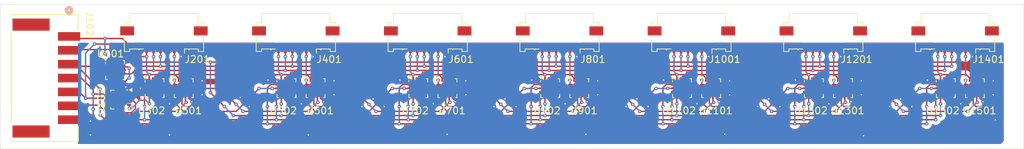
<source format=kicad_pcb>
(kicad_pcb (version 20240108) (generator "pcbnew") (generator_version "8.0")
  (layers (0 "F.Cu" signal) (31 "B.Cu" signal) (34 "B.Paste" user) (35 "F.Paste" user) (36 "B.SilkS" user "B.Silkscreen") (37 "F.SilkS" user "F.Silkscreen") (38 "B.Mask" user) (39 "F.Mask" user) (44 "Edge.Cuts" user))
  (net 0 "")
  (net 1 "~{Any}")
  (net 2 "Vcc")
  (net 3 "CLK_ROW")
  (net 4 "~{Reset}")
  (net 5 "Out")
  (net 6 "GND")
  (net 7 "CLK_COL")
  (net 8 "/Column/~{Reset_ROW}")
  (net 9 "/Column/SelectorDaisy/In")
  (net 10 "/Column1/SelectorDaisy/In")
  (net 11 "/Column2/SelectorDaisy/In")
  (net 12 "/Column3/SelectorDaisy/In")
  (net 13 "/Column4/SelectorDaisy/In")
  (net 14 "/Column5/SelectorDaisy/In")
  (net 15 "/Column6/SelectorDaisy/In")
  (net 17 "/Column/Out+")
  (net 18 "Net-(U301-Pad3)")
  (net 19 "Net-(U301-Pad5)")
  (net 21 "/Column/Select+")
  (net 25 "Net-(U501-Pad3)")
  (net 26 "/Column1/Out+")
  (net 27 "/Column1/Select+")
  (net 29 "Net-(U501-Pad5)")
  (net 33 "Net-(U701-Pad3)")
  (net 34 "Net-(U701-Pad5)")
  (net 36 "/Column2/Out+")
  (net 37 "/Column2/Select+")
  (net 41 "Net-(U901-Pad3)")
  (net 42 "Net-(U901-Pad5)")
  (net 43 "/Column3/Out+")
  (net 45 "/Column3/Select+")
  (net 49 "Net-(U1101-Pad3)")
  (net 50 "/Column4/Select+")
  (net 52 "/Column4/Out+")
  (net 53 "Net-(U1101-Pad5)")
  (net 57 "/Column5/Out+")
  (net 59 "Net-(U1301-Pad5)")
  (net 60 "/Column5/Select+")
  (net 61 "Net-(U1301-Pad3)")
  (net 65 "Net-(U1501-Pad3)")
  (net 66 "/Column6/Select+")
  (net 67 "/Column6/Out+")
  (net 68 "Net-(U1501-Pad5)")
  (net 73 "/Column/~{Init}")
  (net 74 "Net-(U102-Pad12)")
  (net 77 "Net-(U101-Pad3)")
  (net 78 "Net-(U101-Pad10)")
  (footprint "Connector_FFC-FPC:Molex_200528-0060_1x06-1MP_P1.00mm_Horizontal" (layer "F.Cu") (at 165.5 78.29 180)
    (property "Reference" "J1001" (at -4.8 -2.31 0) (layer "F.SilkS"))
    (property "Value" "Conn_01x06")
    (pad "1" smd rect (at -2.5 -0.91 180) (size 0.4 1) (layers "F.Cu" "F.Paste" "F.Mask") (net 6 "GND"))
    (pad "2" smd rect (at -1.5 -0.91 180) (size 0.4 1) (layers "F.Cu" "F.Paste" "F.Mask") (net 13 "/Column4/SelectorDaisy/In"))
    (pad "3" smd rect (at -0.5 -0.91 180) (size 0.4 1) (layers "F.Cu" "F.Paste" "F.Mask") (net 1 "~{Any}"))
    (pad "4" smd rect (at 0.5 -0.91 180) (size 0.4 1) (layers "F.Cu" "F.Paste" "F.Mask") (net 3 "CLK_ROW"))
    (pad "5" smd rect (at 1.5 -0.91 180) (size 0.4 1) (layers "F.Cu" "F.Paste" "F.Mask") (net 8 "/Column/~{Reset_ROW}"))
    (pad "6" smd rect (at 2.5 -0.91 180) (size 0.4 1) (layers "F.Cu" "F.Paste" "F.Mask") (net 2 "Vcc"))
    (pad "MP" smd rect (at -5.3 1.79 180) (size 2 1.3) (layers "F.Cu" "F.Paste" "F.Mask"))
    (pad "MP" smd rect (at 5.3 1.79 180) (size 2 1.3) (layers "F.Cu" "F.Paste" "F.Mask"))
  )
  (footprint "Package_DFN_QFN:WQFN-14-1EP_2.5x2.5mm_P0.5mm_EP1.45x1.45mm" (layer "F.Cu") (at 126.15 84.7625)
    (property "Reference" "U702" (at -0.45 3.2375 0) (layer "F.SilkS"))
    (property "Value" "74HC74")
    (pad "1" smd roundrect (at -1.2625 -0.5) (size 0.675 0.25) (layers "F.Cu" "F.Paste" "F.Mask") (net 4 "~{Reset}"))
    (pad "2" smd roundrect (at -1.2625 0) (size 0.675 0.25) (layers "F.Cu" "F.Paste" "F.Mask") (net 27 "/Column1/Select+"))
    (pad "3" smd roundrect (at -1.2625 0.5) (size 0.675 0.25) (layers "F.Cu" "F.Paste" "F.Mask") (net 7 "CLK_COL"))
    (pad "4" smd roundrect (at -0.75 1.2625) (size 0.25 0.675) (layers "F.Cu" "F.Paste" "F.Mask") (net 1 "~{Any}"))
    (pad "5" smd roundrect (at -0.25 1.2625) (size 0.25 0.675) (layers "F.Cu" "F.Paste" "F.Mask") (net 37 "/Column2/Select+"))
    (pad "6" smd roundrect (at 0.25 1.2625) (size 0.25 0.675) (layers "F.Cu" "F.Paste" "F.Mask"))
    (pad "7" smd roundrect (at 0.75 1.2625) (size 0.25 0.675) (layers "F.Cu" "F.Paste" "F.Mask") (net 6 "GND"))
    (pad "8" smd roundrect (at 1.2625 0.5) (size 0.675 0.25) (layers "F.Cu" "F.Paste" "F.Mask"))
    (pad "9" smd roundrect (at 1.2625 0) (size 0.675 0.25) (layers "F.Cu" "F.Paste" "F.Mask"))
    (pad "10" smd roundrect (at 1.2625 -0.5) (size 0.675 0.25) (layers "F.Cu" "F.Paste" "F.Mask") (net 6 "GND"))
    (pad "11" smd roundrect (at 0.75 -1.2625) (size 0.25 0.675) (layers "F.Cu" "F.Paste" "F.Mask") (net 6 "GND"))
    (pad "12" smd roundrect (at 0.25 -1.2625) (size 0.25 0.675) (layers "F.Cu" "F.Paste" "F.Mask") (net 6 "GND"))
    (pad "13" smd roundrect (at -0.25 -1.2625) (size 0.25 0.675) (layers "F.Cu" "F.Paste" "F.Mask") (net 6 "GND"))
    (pad "14" smd roundrect (at -0.75 -1.2625) (size 0.25 0.675) (layers "F.Cu" "F.Paste" "F.Mask") (net 2 "Vcc"))
    (pad "15" smd rect (at 0 0) (size 1.45 1.45) (property pad_prop_heatsink) (layers "F.Cu" "F.Mask") (net 6 "GND"))
  )
  (footprint "Package_DFN_QFN:WQFN-14-1EP_2.5x2.5mm_P0.5mm_EP1.45x1.45mm" (layer "F.Cu") (at 149.35 84.7625)
    (property "Reference" "U901" (at 0.65 3.2375 0) (layer "F.SilkS"))
    (property "Value" "74HC00")
    (pad "1" smd roundrect (at -1.2625 -0.5) (size 0.675 0.25) (layers "F.Cu" "F.Paste" "F.Mask") (net 12 "/Column3/SelectorDaisy/In"))
    (pad "2" smd roundrect (at -1.2625 0) (size 0.675 0.25) (layers "F.Cu" "F.Paste" "F.Mask") (net 45 "/Column3/Select+"))
    (pad "3" smd roundrect (at -1.2625 0.5) (size 0.675 0.25) (layers "F.Cu" "F.Paste" "F.Mask") (net 41 "Net-(U901-Pad3)"))
    (pad "4" smd roundrect (at -0.75 1.2625) (size 0.25 0.675) (layers "F.Cu" "F.Paste" "F.Mask") (net 41 "Net-(U901-Pad3)"))
    (pad "5" smd roundrect (at -0.25 1.2625) (size 0.25 0.675) (layers "F.Cu" "F.Paste" "F.Mask") (net 42 "Net-(U901-Pad5)"))
    (pad "6" smd roundrect (at 0.25 1.2625) (size 0.25 0.675) (layers "F.Cu" "F.Paste" "F.Mask") (net 36 "/Column2/Out+"))
    (pad "7" smd roundrect (at 0.75 1.2625) (size 0.25 0.675) (layers "F.Cu" "F.Paste" "F.Mask") (net 6 "GND"))
    (pad "8" smd roundrect (at 1.2625 0.5) (size 0.675 0.25) (layers "F.Cu" "F.Paste" "F.Mask") (net 42 "Net-(U901-Pad5)"))
    (pad "9" smd roundrect (at 1.2625 0) (size 0.675 0.25) (layers "F.Cu" "F.Paste" "F.Mask") (net 43 "/Column3/Out+"))
    (pad "10" smd roundrect (at 1.2625 -0.5) (size 0.675 0.25) (layers "F.Cu" "F.Paste" "F.Mask") (net 43 "/Column3/Out+"))
    (pad "11" smd roundrect (at 0.75 -1.2625) (size 0.25 0.675) (layers "F.Cu" "F.Paste" "F.Mask"))
    (pad "12" smd roundrect (at 0.25 -1.2625) (size 0.25 0.675) (layers "F.Cu" "F.Paste" "F.Mask") (net 6 "GND"))
    (pad "13" smd roundrect (at -0.25 -1.2625) (size 0.25 0.675) (layers "F.Cu" "F.Paste" "F.Mask") (net 6 "GND"))
    (pad "14" smd roundrect (at -0.75 -1.2625) (size 0.25 0.675) (layers "F.Cu" "F.Paste" "F.Mask") (net 2 "Vcc"))
    (pad "15" smd rect (at 0 0) (size 1.45 1.45) (property pad_prop_heatsink) (layers "F.Cu" "F.Mask") (net 6 "GND"))
  )
  (footprint "Connector_FFC-FPC:Molex_200528-0060_1x06-1MP_P1.00mm_Horizontal" (layer "F.Cu") (at 127.5 78.29 180)
    (property "Reference" "J601" (at -4.8 -2.31 0) (layer "F.SilkS"))
    (property "Value" "Conn_01x06")
    (pad "1" smd rect (at -2.5 -0.91 180) (size 0.4 1) (layers "F.Cu" "F.Paste" "F.Mask") (net 6 "GND"))
    (pad "2" smd rect (at -1.5 -0.91 180) (size 0.4 1) (layers "F.Cu" "F.Paste" "F.Mask") (net 11 "/Column2/SelectorDaisy/In"))
    (pad "3" smd rect (at -0.5 -0.91 180) (size 0.4 1) (layers "F.Cu" "F.Paste" "F.Mask") (net 1 "~{Any}"))
    (pad "4" smd rect (at 0.5 -0.91 180) (size 0.4 1) (layers "F.Cu" "F.Paste" "F.Mask") (net 3 "CLK_ROW"))
    (pad "5" smd rect (at 1.5 -0.91 180) (size 0.4 1) (layers "F.Cu" "F.Paste" "F.Mask") (net 8 "/Column/~{Reset_ROW}"))
    (pad "6" smd rect (at 2.5 -0.91 180) (size 0.4 1) (layers "F.Cu" "F.Paste" "F.Mask") (net 2 "Vcc"))
    (pad "MP" smd rect (at -5.3 1.79 180) (size 2 1.3) (layers "F.Cu" "F.Paste" "F.Mask"))
    (pad "MP" smd rect (at 5.3 1.79 180) (size 2 1.3) (layers "F.Cu" "F.Paste" "F.Mask"))
  )
  (footprint "Package_DFN_QFN:WQFN-14-1EP_2.5x2.5mm_P0.5mm_EP1.45x1.45mm" (layer "F.Cu") (at 202.15 84.7625)
    (property "Reference" "U1502" (at -0.45 3.2375 0) (layer "F.SilkS"))
    (property "Value" "74HC74")
    (pad "1" smd roundrect (at -1.2625 -0.5) (size 0.675 0.25) (layers "F.Cu" "F.Paste" "F.Mask") (net 4 "~{Reset}"))
    (pad "2" smd roundrect (at -1.2625 0) (size 0.675 0.25) (layers "F.Cu" "F.Paste" "F.Mask") (net 60 "/Column5/Select+"))
    (pad "3" smd roundrect (at -1.2625 0.5) (size 0.675 0.25) (layers "F.Cu" "F.Paste" "F.Mask") (net 7 "CLK_COL"))
    (pad "4" smd roundrect (at -0.75 1.2625) (size 0.25 0.675) (layers "F.Cu" "F.Paste" "F.Mask") (net 1 "~{Any}"))
    (pad "5" smd roundrect (at -0.25 1.2625) (size 0.25 0.675) (layers "F.Cu" "F.Paste" "F.Mask") (net 66 "/Column6/Select+"))
    (pad "6" smd roundrect (at 0.25 1.2625) (size 0.25 0.675) (layers "F.Cu" "F.Paste" "F.Mask"))
    (pad "7" smd roundrect (at 0.75 1.2625) (size 0.25 0.675) (layers "F.Cu" "F.Paste" "F.Mask") (net 6 "GND"))
    (pad "8" smd roundrect (at 1.2625 0.5) (size 0.675 0.25) (layers "F.Cu" "F.Paste" "F.Mask"))
    (pad "9" smd roundrect (at 1.2625 0) (size 0.675 0.25) (layers "F.Cu" "F.Paste" "F.Mask"))
    (pad "10" smd roundrect (at 1.2625 -0.5) (size 0.675 0.25) (layers "F.Cu" "F.Paste" "F.Mask") (net 6 "GND"))
    (pad "11" smd roundrect (at 0.75 -1.2625) (size 0.25 0.675) (layers "F.Cu" "F.Paste" "F.Mask") (net 6 "GND"))
    (pad "12" smd roundrect (at 0.25 -1.2625) (size 0.25 0.675) (layers "F.Cu" "F.Paste" "F.Mask") (net 6 "GND"))
    (pad "13" smd roundrect (at -0.25 -1.2625) (size 0.25 0.675) (layers "F.Cu" "F.Paste" "F.Mask") (net 6 "GND"))
    (pad "14" smd roundrect (at -0.75 -1.2625) (size 0.25 0.675) (layers "F.Cu" "F.Paste" "F.Mask") (net 2 "Vcc"))
    (pad "15" smd rect (at 0 0) (size 1.45 1.45) (property pad_prop_heatsink) (layers "F.Cu" "F.Mask") (net 6 "GND"))
  )
  (footprint "Package_DFN_QFN:WQFN-14-1EP_2.5x2.5mm_P0.5mm_EP1.45x1.45mm" (layer "F.Cu") (at 111.35 84.7625)
    (property "Reference" "U501" (at 0.65 3.2375 0) (layer "F.SilkS"))
    (property "Value" "74HC00")
    (pad "1" smd roundrect (at -1.2625 -0.5) (size 0.675 0.25) (layers "F.Cu" "F.Paste" "F.Mask") (net 10 "/Column1/SelectorDaisy/In"))
    (pad "2" smd roundrect (at -1.2625 0) (size 0.675 0.25) (layers "F.Cu" "F.Paste" "F.Mask") (net 27 "/Column1/Select+"))
    (pad "3" smd roundrect (at -1.2625 0.5) (size 0.675 0.25) (layers "F.Cu" "F.Paste" "F.Mask") (net 25 "Net-(U501-Pad3)"))
    (pad "4" smd roundrect (at -0.75 1.2625) (size 0.25 0.675) (layers "F.Cu" "F.Paste" "F.Mask") (net 25 "Net-(U501-Pad3)"))
    (pad "5" smd roundrect (at -0.25 1.2625) (size 0.25 0.675) (layers "F.Cu" "F.Paste" "F.Mask") (net 29 "Net-(U501-Pad5)"))
    (pad "6" smd roundrect (at 0.25 1.2625) (size 0.25 0.675) (layers "F.Cu" "F.Paste" "F.Mask") (net 17 "/Column/Out+"))
    (pad "7" smd roundrect (at 0.75 1.2625) (size 0.25 0.675) (layers "F.Cu" "F.Paste" "F.Mask") (net 6 "GND"))
    (pad "8" smd roundrect (at 1.2625 0.5) (size 0.675 0.25) (layers "F.Cu" "F.Paste" "F.Mask") (net 29 "Net-(U501-Pad5)"))
    (pad "9" smd roundrect (at 1.2625 0) (size 0.675 0.25) (layers "F.Cu" "F.Paste" "F.Mask") (net 26 "/Column1/Out+"))
    (pad "10" smd roundrect (at 1.2625 -0.5) (size 0.675 0.25) (layers "F.Cu" "F.Paste" "F.Mask") (net 26 "/Column1/Out+"))
    (pad "11" smd roundrect (at 0.75 -1.2625) (size 0.25 0.675) (layers "F.Cu" "F.Paste" "F.Mask"))
    (pad "12" smd roundrect (at 0.25 -1.2625) (size 0.25 0.675) (layers "F.Cu" "F.Paste" "F.Mask") (net 6 "GND"))
    (pad "13" smd roundrect (at -0.25 -1.2625) (size 0.25 0.675) (layers "F.Cu" "F.Paste" "F.Mask") (net 6 "GND"))
    (pad "14" smd roundrect (at -0.75 -1.2625) (size 0.25 0.675) (layers "F.Cu" "F.Paste" "F.Mask") (net 2 "Vcc"))
    (pad "15" smd rect (at 0 0) (size 1.45 1.45) (property pad_prop_heatsink) (layers "F.Cu" "F.Mask") (net 6 "GND"))
  )
  (footprint "Package_DFN_QFN:WQFN-14-1EP_2.5x2.5mm_P0.5mm_EP1.45x1.45mm" (layer "F.Cu") (at 107.15 84.7625)
    (property "Reference" "U502" (at -0.45 3.2375 0) (layer "F.SilkS"))
    (property "Value" "74HC74")
    (pad "1" smd roundrect (at -1.2625 -0.5) (size 0.675 0.25) (layers "F.Cu" "F.Paste" "F.Mask") (net 4 "~{Reset}"))
    (pad "2" smd roundrect (at -1.2625 0) (size 0.675 0.25) (layers "F.Cu" "F.Paste" "F.Mask") (net 21 "/Column/Select+"))
    (pad "3" smd roundrect (at -1.2625 0.5) (size 0.675 0.25) (layers "F.Cu" "F.Paste" "F.Mask") (net 7 "CLK_COL"))
    (pad "4" smd roundrect (at -0.75 1.2625) (size 0.25 0.675) (layers "F.Cu" "F.Paste" "F.Mask") (net 1 "~{Any}"))
    (pad "5" smd roundrect (at -0.25 1.2625) (size 0.25 0.675) (layers "F.Cu" "F.Paste" "F.Mask") (net 27 "/Column1/Select+"))
    (pad "6" smd roundrect (at 0.25 1.2625) (size 0.25 0.675) (layers "F.Cu" "F.Paste" "F.Mask"))
    (pad "7" smd roundrect (at 0.75 1.2625) (size 0.25 0.675) (layers "F.Cu" "F.Paste" "F.Mask") (net 6 "GND"))
    (pad "8" smd roundrect (at 1.2625 0.5) (size 0.675 0.25) (layers "F.Cu" "F.Paste" "F.Mask"))
    (pad "9" smd roundrect (at 1.2625 0) (size 0.675 0.25) (layers "F.Cu" "F.Paste" "F.Mask"))
    (pad "10" smd roundrect (at 1.2625 -0.5) (size 0.675 0.25) (layers "F.Cu" "F.Paste" "F.Mask") (net 6 "GND"))
    (pad "11" smd roundrect (at 0.75 -1.2625) (size 0.25 0.675) (layers "F.Cu" "F.Paste" "F.Mask") (net 6 "GND"))
    (pad "12" smd roundrect (at 0.25 -1.2625) (size 0.25 0.675) (layers "F.Cu" "F.Paste" "F.Mask") (net 6 "GND"))
    (pad "13" smd roundrect (at -0.25 -1.2625) (size 0.25 0.675) (layers "F.Cu" "F.Paste" "F.Mask") (net 6 "GND"))
    (pad "14" smd roundrect (at -0.75 -1.2625) (size 0.25 0.675) (layers "F.Cu" "F.Paste" "F.Mask") (net 2 "Vcc"))
    (pad "15" smd rect (at 0 0) (size 1.45 1.45) (property pad_prop_heatsink) (layers "F.Cu" "F.Mask") (net 6 "GND"))
  )
  (footprint "Molex:CONN07_502352_MOL" (layer "F.Cu") (at 72.3 83.3 -90)
    (property "Reference" "J102" (at -7.8 -6.5 -90) (layer "F.SilkS"))
    (property "Value" "5023520701")
    (pad "1" smd rect (at -6.000001 -3.529 270) (size 1.2446 3.2004) (layers "F.Cu" "F.Paste" "F.Mask") (net 2 "Vcc"))
    (pad "2" smd rect (at -4 -3.529 270) (size 1.2446 3.2004) (layers "F.Cu" "F.Paste" "F.Mask") (net 3 "CLK_ROW"))
    (pad "3" smd rect (at -2.000001 -3.529 270) (size 1.2446 3.2004) (layers "F.Cu" "F.Paste" "F.Mask") (net 7 "CLK_COL"))
    (pad "4" smd rect (at 0 -3.529 270) (size 1.2446 3.2004) (layers "F.Cu" "F.Paste" "F.Mask") (net 4 "~{Reset}"))
    (pad "5" smd rect (at 2.000001 -3.529 270) (size 1.2446 3.2004) (layers "F.Cu" "F.Paste" "F.Mask") (net 1 "~{Any}"))
    (pad "6" smd rect (at 4 -3.529 270) (size 1.2446 3.2004) (layers "F.Cu" "F.Paste" "F.Mask") (net 5 "Out"))
    (pad "7" smd rect (at 6.000001 -3.529 270) (size 1.2446 3.2004) (layers "F.Cu" "F.Paste" "F.Mask") (net 6 "GND"))
    (pad "8" smd rect (at -7.7 1.950999 270) (size 1.7526 5.3594) (layers "F.Cu" "F.Paste" "F.Mask"))
    (pad "9" smd rect (at 7.7 1.950999 270) (size 1.7526 5.3594) (layers "F.Cu" "F.Paste" "F.Mask"))
  )
  (footprint "Connector_FFC-FPC:Molex_200528-0060_1x06-1MP_P1.00mm_Horizontal" (layer "F.Cu") (at 89.5 78.29 180)
    (property "Reference" "J201" (at -4.8 -2.31 0) (layer "F.SilkS"))
    (property "Value" "Conn_01x06")
    (pad "1" smd rect (at -2.5 -0.91 180) (size 0.4 1) (layers "F.Cu" "F.Paste" "F.Mask") (net 6 "GND"))
    (pad "2" smd rect (at -1.5 -0.91 180) (size 0.4 1) (layers "F.Cu" "F.Paste" "F.Mask") (net 9 "/Column/SelectorDaisy/In"))
    (pad "3" smd rect (at -0.5 -0.91 180) (size 0.4 1) (layers "F.Cu" "F.Paste" "F.Mask") (net 1 "~{Any}"))
    (pad "4" smd rect (at 0.5 -0.91 180) (size 0.4 1) (layers "F.Cu" "F.Paste" "F.Mask") (net 3 "CLK_ROW"))
    (pad "5" smd rect (at 1.5 -0.91 180) (size 0.4 1) (layers "F.Cu" "F.Paste" "F.Mask") (net 8 "/Column/~{Reset_ROW}"))
    (pad "6" smd rect (at 2.5 -0.91 180) (size 0.4 1) (layers "F.Cu" "F.Paste" "F.Mask") (net 2 "Vcc"))
    (pad "MP" smd rect (at -5.3 1.79 180) (size 2 1.3) (layers "F.Cu" "F.Paste" "F.Mask"))
    (pad "MP" smd rect (at 5.3 1.79 180) (size 2 1.3) (layers "F.Cu" "F.Paste" "F.Mask"))
  )
  (footprint "Connector_FFC-FPC:Molex_200528-0060_1x06-1MP_P1.00mm_Horizontal" (layer "F.Cu") (at 146.5 78.29 180)
    (property "Reference" "J801" (at -4.8 -2.31 0) (layer "F.SilkS"))
    (property "Value" "Conn_01x06")
    (pad "1" smd rect (at -2.5 -0.91 180) (size 0.4 1) (layers "F.Cu" "F.Paste" "F.Mask") (net 6 "GND"))
    (pad "2" smd rect (at -1.5 -0.91 180) (size 0.4 1) (layers "F.Cu" "F.Paste" "F.Mask") (net 12 "/Column3/SelectorDaisy/In"))
    (pad "3" smd rect (at -0.5 -0.91 180) (size 0.4 1) (layers "F.Cu" "F.Paste" "F.Mask") (net 1 "~{Any}"))
    (pad "4" smd rect (at 0.5 -0.91 180) (size 0.4 1) (layers "F.Cu" "F.Paste" "F.Mask") (net 3 "CLK_ROW"))
    (pad "5" smd rect (at 1.5 -0.91 180) (size 0.4 1) (layers "F.Cu" "F.Paste" "F.Mask") (net 8 "/Column/~{Reset_ROW}"))
    (pad "6" smd rect (at 2.5 -0.91 180) (size 0.4 1) (layers "F.Cu" "F.Paste" "F.Mask") (net 2 "Vcc"))
    (pad "MP" smd rect (at -5.3 1.79 180) (size 2 1.3) (layers "F.Cu" "F.Paste" "F.Mask"))
    (pad "MP" smd rect (at 5.3 1.79 180) (size 2 1.3) (layers "F.Cu" "F.Paste" "F.Mask"))
  )
  (footprint "Package_DFN_QFN:WQFN-14-1EP_2.5x2.5mm_P0.5mm_EP1.45x1.45mm" (layer "F.Cu") (at 82.46 82.14)
    (property "Reference" "U101" (at -0.66 -2.34 0) (layer "F.SilkS"))
    (property "Value" "74HC00")
    (pad "1" smd roundrect (at -1.2625 -0.5) (size 0.675 0.25) (layers "F.Cu" "F.Paste" "F.Mask") (net 7 "CLK_COL"))
    (pad "2" smd roundrect (at -1.2625 0) (size 0.675 0.25) (layers "F.Cu" "F.Paste" "F.Mask") (net 7 "CLK_COL"))
    (pad "3" smd roundrect (at -1.2625 0.5) (size 0.675 0.25) (layers "F.Cu" "F.Paste" "F.Mask") (net 77 "Net-(U101-Pad3)"))
    (pad "4" smd roundrect (at -0.75 1.2625) (size 0.25 0.675) (layers "F.Cu" "F.Paste" "F.Mask") (net 77 "Net-(U101-Pad3)"))
    (pad "5" smd roundrect (at -0.25 1.2625) (size 0.25 0.675) (layers "F.Cu" "F.Paste" "F.Mask") (net 4 "~{Reset}"))
    (pad "6" smd roundrect (at 0.25 1.2625) (size 0.25 0.675) (layers "F.Cu" "F.Paste" "F.Mask") (net 78 "Net-(U101-Pad10)"))
    (pad "7" smd roundrect (at 0.75 1.2625) (size 0.25 0.675) (layers "F.Cu" "F.Paste" "F.Mask") (net 6 "GND"))
    (pad "8" smd roundrect (at 1.2625 0.5) (size 0.675 0.25) (layers "F.Cu" "F.Paste" "F.Mask") (net 8 "/Column/~{Reset_ROW}"))
    (pad "9" smd roundrect (at 1.2625 0) (size 0.675 0.25) (layers "F.Cu" "F.Paste" "F.Mask") (net 78 "Net-(U101-Pad10)"))
    (pad "10" smd roundrect (at 1.2625 -0.5) (size 0.675 0.25) (layers "F.Cu" "F.Paste" "F.Mask") (net 78 "Net-(U101-Pad10)"))
    (pad "11" smd roundrect (at 0.75 -1.2625) (size 0.25 0.675) (layers "F.Cu" "F.Paste" "F.Mask"))
    (pad "12" smd roundrect (at 0.25 -1.2625) (size 0.25 0.675) (layers "F.Cu" "F.Paste" "F.Mask") (net 6 "GND"))
    (pad "13" smd roundrect (at -0.25 -1.2625) (size 0.25 0.675) (layers "F.Cu" "F.Paste" "F.Mask") (net 6 "GND"))
    (pad "14" smd roundrect (at -0.75 -1.2625) (size 0.25 0.675) (layers "F.Cu" "F.Paste" "F.Mask") (net 2 "Vcc"))
    (pad "15" smd rect (at 0 0) (size 1.45 1.45) (property pad_prop_heatsink) (layers "F.Cu" "F.Mask") (net 6 "GND"))
  )
  (footprint "Package_DFN_QFN:WQFN-14-1EP_2.5x2.5mm_P0.5mm_EP1.45x1.45mm" (layer "F.Cu") (at 183.15 84.7625)
    (property "Reference" "U1302" (at -0.45 3.2375 0) (layer "F.SilkS"))
    (property "Value" "74HC74")
    (pad "1" smd roundrect (at -1.2625 -0.5) (size 0.675 0.25) (layers "F.Cu" "F.Paste" "F.Mask") (net 4 "~{Reset}"))
    (pad "2" smd roundrect (at -1.2625 0) (size 0.675 0.25) (layers "F.Cu" "F.Paste" "F.Mask") (net 50 "/Column4/Select+"))
    (pad "3" smd roundrect (at -1.2625 0.5) (size 0.675 0.25) (layers "F.Cu" "F.Paste" "F.Mask") (net 7 "CLK_COL"))
    (pad "4" smd roundrect (at -0.75 1.2625) (size 0.25 0.675) (layers "F.Cu" "F.Paste" "F.Mask") (net 1 "~{Any}"))
    (pad "5" smd roundrect (at -0.25 1.2625) (size 0.25 0.675) (layers "F.Cu" "F.Paste" "F.Mask") (net 60 "/Column5/Select+"))
    (pad "6" smd roundrect (at 0.25 1.2625) (size 0.25 0.675) (layers "F.Cu" "F.Paste" "F.Mask"))
    (pad "7" smd roundrect (at 0.75 1.2625) (size 0.25 0.675) (layers "F.Cu" "F.Paste" "F.Mask") (net 6 "GND"))
    (pad "8" smd roundrect (at 1.2625 0.5) (size 0.675 0.25) (layers "F.Cu" "F.Paste" "F.Mask"))
    (pad "9" smd roundrect (at 1.2625 0) (size 0.675 0.25) (layers "F.Cu" "F.Paste" "F.Mask"))
    (pad "10" smd roundrect (at 1.2625 -0.5) (size 0.675 0.25) (layers "F.Cu" "F.Paste" "F.Mask") (net 6 "GND"))
    (pad "11" smd roundrect (at 0.75 -1.2625) (size 0.25 0.675) (layers "F.Cu" "F.Paste" "F.Mask") (net 6 "GND"))
    (pad "12" smd roundrect (at 0.25 -1.2625) (size 0.25 0.675) (layers "F.Cu" "F.Paste" "F.Mask") (net 6 "GND"))
    (pad "13" smd roundrect (at -0.25 -1.2625) (size 0.25 0.675) (layers "F.Cu" "F.Paste" "F.Mask") (net 6 "GND"))
    (pad "14" smd roundrect (at -0.75 -1.2625) (size 0.25 0.675) (layers "F.Cu" "F.Paste" "F.Mask") (net 2 "Vcc"))
    (pad "15" smd rect (at 0 0) (size 1.45 1.45) (property pad_prop_heatsink) (layers "F.Cu" "F.Mask") (net 6 "GND"))
  )
  (footprint "Connector_FFC-FPC:Molex_200528-0060_1x06-1MP_P1.00mm_Horizontal" (layer "F.Cu") (at 108.5 78.29 180)
    (property "Reference" "J401" (at -4.8 -2.31 0) (layer "F.SilkS"))
    (property "Value" "Conn_01x06")
    (pad "1" smd rect (at -2.5 -0.91 180) (size 0.4 1) (layers "F.Cu" "F.Paste" "F.Mask") (net 6 "GND"))
    (pad "2" smd rect (at -1.5 -0.91 180) (size 0.4 1) (layers "F.Cu" "F.Paste" "F.Mask") (net 10 "/Column1/SelectorDaisy/In"))
    (pad "3" smd rect (at -0.5 -0.91 180) (size 0.4 1) (layers "F.Cu" "F.Paste" "F.Mask") (net 1 "~{Any}"))
    (pad "4" smd rect (at 0.5 -0.91 180) (size 0.4 1) (layers "F.Cu" "F.Paste" "F.Mask") (net 3 "CLK_ROW"))
    (pad "5" smd rect (at 1.5 -0.91 180) (size 0.4 1) (layers "F.Cu" "F.Paste" "F.Mask") (net 8 "/Column/~{Reset_ROW}"))
    (pad "6" smd rect (at 2.5 -0.91 180) (size 0.4 1) (layers "F.Cu" "F.Paste" "F.Mask") (net 2 "Vcc"))
    (pad "MP" smd rect (at -5.3 1.79 180) (size 2 1.3) (layers "F.Cu" "F.Paste" "F.Mask"))
    (pad "MP" smd rect (at 5.3 1.79 180) (size 2 1.3) (layers "F.Cu" "F.Paste" "F.Mask"))
  )
  (footprint "Package_DFN_QFN:WQFN-14-1EP_2.5x2.5mm_P0.5mm_EP1.45x1.45mm" (layer "F.Cu") (at 145.15 84.7625)
    (property "Reference" "U902" (at -0.45 3.2375 0) (layer "F.SilkS"))
    (property "Value" "74HC74")
    (pad "1" smd roundrect (at -1.2625 -0.5) (size 0.675 0.25) (layers "F.Cu" "F.Paste" "F.Mask") (net 4 "~{Reset}"))
    (pad "2" smd roundrect (at -1.2625 0) (size 0.675 0.25) (layers "F.Cu" "F.Paste" "F.Mask") (net 37 "/Column2/Select+"))
    (pad "3" smd roundrect (at -1.2625 0.5) (size 0.675 0.25) (layers "F.Cu" "F.Paste" "F.Mask") (net 7 "CLK_COL"))
    (pad "4" smd roundrect (at -0.75 1.2625) (size 0.25 0.675) (layers "F.Cu" "F.Paste" "F.Mask") (net 1 "~{Any}"))
    (pad "5" smd roundrect (at -0.25 1.2625) (size 0.25 0.675) (layers "F.Cu" "F.Paste" "F.Mask") (net 45 "/Column3/Select+"))
    (pad "6" smd roundrect (at 0.25 1.2625) (size 0.25 0.675) (layers "F.Cu" "F.Paste" "F.Mask"))
    (pad "7" smd roundrect (at 0.75 1.2625) (size 0.25 0.675) (layers "F.Cu" "F.Paste" "F.Mask") (net 6 "GND"))
    (pad "8" smd roundrect (at 1.2625 0.5) (size 0.675 0.25) (layers "F.Cu" "F.Paste" "F.Mask"))
    (pad "9" smd roundrect (at 1.2625 0) (size 0.675 0.25) (layers "F.Cu" "F.Paste" "F.Mask"))
    (pad "10" smd roundrect (at 1.2625 -0.5) (size 0.675 0.25) (layers "F.Cu" "F.Paste" "F.Mask") (net 6 "GND"))
    (pad "11" smd roundrect (at 0.75 -1.2625) (size 0.25 0.675) (layers "F.Cu" "F.Paste" "F.Mask") (net 6 "GND"))
    (pad "12" smd roundrect (at 0.25 -1.2625) (size 0.25 0.675) (layers "F.Cu" "F.Paste" "F.Mask") (net 6 "GND"))
    (pad "13" smd roundrect (at -0.25 -1.2625) (size 0.25 0.675) (layers "F.Cu" "F.Paste" "F.Mask") (net 6 "GND"))
    (pad "14" smd roundrect (at -0.75 -1.2625) (size 0.25 0.675) (layers "F.Cu" "F.Paste" "F.Mask") (net 2 "Vcc"))
    (pad "15" smd rect (at 0 0) (size 1.45 1.45) (property pad_prop_heatsink) (layers "F.Cu" "F.Mask") (net 6 "GND"))
  )
  (footprint "Connector_FFC-FPC:Molex_200528-0060_1x06-1MP_P1.00mm_Horizontal" (layer "F.Cu") (at 184.5 78.29 180)
    (property "Reference" "J1201" (at -4.8 -2.31 0) (layer "F.SilkS"))
    (property "Value" "Conn_01x06")
    (pad "1" smd rect (at -2.5 -0.91 180) (size 0.4 1) (layers "F.Cu" "F.Paste" "F.Mask") (net 6 "GND"))
    (pad "2" smd rect (at -1.5 -0.91 180) (size 0.4 1) (layers "F.Cu" "F.Paste" "F.Mask") (net 14 "/Column5/SelectorDaisy/In"))
    (pad "3" smd rect (at -0.5 -0.91 180) (size 0.4 1) (layers "F.Cu" "F.Paste" "F.Mask") (net 1 "~{Any}"))
    (pad "4" smd rect (at 0.5 -0.91 180) (size 0.4 1) (layers "F.Cu" "F.Paste" "F.Mask") (net 3 "CLK_ROW"))
    (pad "5" smd rect (at 1.5 -0.91 180) (size 0.4 1) (layers "F.Cu" "F.Paste" "F.Mask") (net 8 "/Column/~{Reset_ROW}"))
    (pad "6" smd rect (at 2.5 -0.91 180) (size 0.4 1) (layers "F.Cu" "F.Paste" "F.Mask") (net 2 "Vcc"))
    (pad "MP" smd rect (at -5.3 1.79 180) (size 2 1.3) (layers "F.Cu" "F.Paste" "F.Mask"))
    (pad "MP" smd rect (at 5.3 1.79 180) (size 2 1.3) (layers "F.Cu" "F.Paste" "F.Mask"))
  )
  (footprint "Package_DFN_QFN:WQFN-14-1EP_2.5x2.5mm_P0.5mm_EP1.45x1.45mm" (layer "F.Cu") (at 206.35 84.7625)
    (property "Reference" "U1501" (at 0.65 3.2375 0) (layer "F.SilkS"))
    (property "Value" "74HC00")
    (pad "1" smd roundrect (at -1.2625 -0.5) (size 0.675 0.25) (layers "F.Cu" "F.Paste" "F.Mask") (net 15 "/Column6/SelectorDaisy/In"))
    (pad "2" smd roundrect (at -1.2625 0) (size 0.675 0.25) (layers "F.Cu" "F.Paste" "F.Mask") (net 66 "/Column6/Select+"))
    (pad "3" smd roundrect (at -1.2625 0.5) (size 0.675 0.25) (layers "F.Cu" "F.Paste" "F.Mask") (net 65 "Net-(U1501-Pad3)"))
    (pad "4" smd roundrect (at -0.75 1.2625) (size 0.25 0.675) (layers "F.Cu" "F.Paste" "F.Mask") (net 65 "Net-(U1501-Pad3)"))
    (pad "5" smd roundrect (at -0.25 1.2625) (size 0.25 0.675) (layers "F.Cu" "F.Paste" "F.Mask") (net 68 "Net-(U1501-Pad5)"))
    (pad "6" smd roundrect (at 0.25 1.2625) (size 0.25 0.675) (layers "F.Cu" "F.Paste" "F.Mask") (net 57 "/Column5/Out+"))
    (pad "7" smd roundrect (at 0.75 1.2625) (size 0.25 0.675) (layers "F.Cu" "F.Paste" "F.Mask") (net 6 "GND"))
    (pad "8" smd roundrect (at 1.2625 0.5) (size 0.675 0.25) (layers "F.Cu" "F.Paste" "F.Mask") (net 68 "Net-(U1501-Pad5)"))
    (pad "9" smd roundrect (at 1.2625 0) (size 0.675 0.25) (layers "F.Cu" "F.Paste" "F.Mask") (net 67 "/Column6/Out+"))
    (pad "10" smd roundrect (at 1.2625 -0.5) (size 0.675 0.25) (layers "F.Cu" "F.Paste" "F.Mask") (net 67 "/Column6/Out+"))
    (pad "11" smd roundrect (at 0.75 -1.2625) (size 0.25 0.675) (layers "F.Cu" "F.Paste" "F.Mask"))
    (pad "12" smd roundrect (at 0.25 -1.2625) (size 0.25 0.675) (layers "F.Cu" "F.Paste" "F.Mask") (net 6 "GND"))
    (pad "13" smd roundrect (at -0.25 -1.2625) (size 0.25 0.675) (layers "F.Cu" "F.Paste" "F.Mask") (net 6 "GND"))
    (pad "14" smd roundrect (at -0.75 -1.2625) (size 0.25 0.675) (layers "F.Cu" "F.Paste" "F.Mask") (net 2 "Vcc"))
    (pad "15" smd rect (at 0 0) (size 1.45 1.45) (property pad_prop_heatsink) (layers "F.Cu" "F.Mask") (net 6 "GND"))
  )
  (footprint "Connector_FFC-FPC:Molex_200528-0060_1x06-1MP_P1.00mm_Horizontal" (layer "F.Cu") (at 203.5 78.29 180)
    (property "Reference" "J1401" (at -4.8 -2.31 0) (layer "F.SilkS"))
    (property "Value" "Conn_01x06")
    (pad "1" smd rect (at -2.5 -0.91 180) (size 0.4 1) (layers "F.Cu" "F.Paste" "F.Mask") (net 6 "GND"))
    (pad "2" smd rect (at -1.5 -0.91 180) (size 0.4 1) (layers "F.Cu" "F.Paste" "F.Mask") (net 15 "/Column6/SelectorDaisy/In"))
    (pad "3" smd rect (at -0.5 -0.91 180) (size 0.4 1) (layers "F.Cu" "F.Paste" "F.Mask") (net 1 "~{Any}"))
    (pad "4" smd rect (at 0.5 -0.91 180) (size 0.4 1) (layers "F.Cu" "F.Paste" "F.Mask") (net 3 "CLK_ROW"))
    (pad "5" smd rect (at 1.5 -0.91 180) (size 0.4 1) (layers "F.Cu" "F.Paste" "F.Mask") (net 8 "/Column/~{Reset_ROW}"))
    (pad "6" smd rect (at 2.5 -0.91 180) (size 0.4 1) (layers "F.Cu" "F.Paste" "F.Mask") (net 2 "Vcc"))
    (pad "MP" smd rect (at -5.3 1.79 180) (size 2 1.3) (layers "F.Cu" "F.Paste" "F.Mask"))
    (pad "MP" smd rect (at 5.3 1.79 180) (size 2 1.3) (layers "F.Cu" "F.Paste" "F.Mask"))
  )
  (footprint "Package_DFN_QFN:WQFN-14-1EP_2.5x2.5mm_P0.5mm_EP1.45x1.45mm" (layer "F.Cu") (at 92.35 84.7625)
    (property "Reference" "U301" (at 0.65 3.2375 0) (layer "F.SilkS"))
    (property "Value" "74HC00")
    (pad "1" smd roundrect (at -1.2625 -0.5) (size 0.675 0.25) (layers "F.Cu" "F.Paste" "F.Mask") (net 9 "/Column/SelectorDaisy/In"))
    (pad "2" smd roundrect (at -1.2625 0) (size 0.675 0.25) (layers "F.Cu" "F.Paste" "F.Mask") (net 21 "/Column/Select+"))
    (pad "3" smd roundrect (at -1.2625 0.5) (size 0.675 0.25) (layers "F.Cu" "F.Paste" "F.Mask") (net 18 "Net-(U301-Pad3)"))
    (pad "4" smd roundrect (at -0.75 1.2625) (size 0.25 0.675) (layers "F.Cu" "F.Paste" "F.Mask") (net 18 "Net-(U301-Pad3)"))
    (pad "5" smd roundrect (at -0.25 1.2625) (size 0.25 0.675) (layers "F.Cu" "F.Paste" "F.Mask") (net 19 "Net-(U301-Pad5)"))
    (pad "6" smd roundrect (at 0.25 1.2625) (size 0.25 0.675) (layers "F.Cu" "F.Paste" "F.Mask") (net 5 "Out"))
    (pad "7" smd roundrect (at 0.75 1.2625) (size 0.25 0.675) (layers "F.Cu" "F.Paste" "F.Mask") (net 6 "GND"))
    (pad "8" smd roundrect (at 1.2625 0.5) (size 0.675 0.25) (layers "F.Cu" "F.Paste" "F.Mask") (net 19 "Net-(U301-Pad5)"))
    (pad "9" smd roundrect (at 1.2625 0) (size 0.675 0.25) (layers "F.Cu" "F.Paste" "F.Mask") (net 17 "/Column/Out+"))
    (pad "10" smd roundrect (at 1.2625 -0.5) (size 0.675 0.25) (layers "F.Cu" "F.Paste" "F.Mask") (net 17 "/Column/Out+"))
    (pad "11" smd roundrect (at 0.75 -1.2625) (size 0.25 0.675) (layers "F.Cu" "F.Paste" "F.Mask"))
    (pad "12" smd roundrect (at 0.25 -1.2625) (size 0.25 0.675) (layers "F.Cu" "F.Paste" "F.Mask") (net 6 "GND"))
    (pad "13" smd roundrect (at -0.25 -1.2625) (size 0.25 0.675) (layers "F.Cu" "F.Paste" "F.Mask") (net 6 "GND"))
    (pad "14" smd roundrect (at -0.75 -1.2625) (size 0.25 0.675) (layers "F.Cu" "F.Paste" "F.Mask") (net 2 "Vcc"))
    (pad "15" smd rect (at 0 0) (size 1.45 1.45) (property pad_prop_heatsink) (layers "F.Cu" "F.Mask") (net 6 "GND"))
  )
  (footprint "Package_DFN_QFN:WQFN-14-1EP_2.5x2.5mm_P0.5mm_EP1.45x1.45mm" (layer "F.Cu") (at 83.2 86.4 -90)
    (property "Reference" "U102" (at 0.3 2.7 90) (layer "F.SilkS"))
    (property "Value" "74HC00")
    (pad "1" smd roundrect (at -1.2625 -0.5 270) (size 0.675 0.25) (layers "F.Cu" "F.Paste" "F.Mask") (net 6 "GND"))
    (pad "2" smd roundrect (at -1.2625 0 270) (size 0.675 0.25) (layers "F.Cu" "F.Paste" "F.Mask") (net 6 "GND"))
    (pad "3" smd roundrect (at -1.2625 0.5 270) (size 0.675 0.25) (layers "F.Cu" "F.Paste" "F.Mask"))
    (pad "4" smd roundrect (at -0.75 1.2625 270) (size 0.25 0.675) (layers "F.Cu" "F.Paste" "F.Mask") (net 4 "~{Reset}"))
    (pad "5" smd roundrect (at -0.25 1.2625 270) (size 0.25 0.675) (layers "F.Cu" "F.Paste" "F.Mask") (net 1 "~{Any}"))
    (pad "6" smd roundrect (at 0.25 1.2625 270) (size 0.25 0.675) (layers "F.Cu" "F.Paste" "F.Mask") (net 74 "Net-(U102-Pad12)"))
    (pad "7" smd roundrect (at 0.75 1.2625 270) (size 0.25 0.675) (layers "F.Cu" "F.Paste" "F.Mask") (net 6 "GND"))
    (pad "8" smd roundrect (at 1.2625 0.5 270) (size 0.675 0.25) (layers "F.Cu" "F.Paste" "F.Mask"))
    (pad "9" smd roundrect (at 1.2625 0 270) (size 0.675 0.25) (layers "F.Cu" "F.Paste" "F.Mask") (net 6 "GND"))
    (pad "10" smd roundrect (at 1.2625 -0.5 270) (size 0.675 0.25) (layers "F.Cu" "F.Paste" "F.Mask") (net 6 "GND"))
    (pad "11" smd roundrect (at 0.75 -1.2625 270) (size 0.25 0.675) (layers "F.Cu" "F.Paste" "F.Mask") (net 73 "/Column/~{Init}"))
    (pad "12" smd roundrect (at 0.25 -1.2625 270) (size 0.25 0.675) (layers "F.Cu" "F.Paste" "F.Mask") (net 74 "Net-(U102-Pad12)"))
    (pad "13" smd roundrect (at -0.25 -1.2625 270) (size 0.25 0.675) (layers "F.Cu" "F.Paste" "F.Mask") (net 74 "Net-(U102-Pad12)"))
    (pad "14" smd roundrect (at -0.75 -1.2625 270) (size 0.25 0.675) (layers "F.Cu" "F.Paste" "F.Mask") (net 2 "Vcc"))
    (pad "15" smd rect (at 0 0 270) (size 1.45 1.45) (property pad_prop_heatsink) (layers "F.Cu" "F.Mask") (net 6 "GND"))
  )
  (footprint "Package_DFN_QFN:WQFN-14-1EP_2.5x2.5mm_P0.5mm_EP1.45x1.45mm" (layer "F.Cu") (at 187.35 84.7625)
    (property "Reference" "U1301" (at 0.65 3.2375 0) (layer "F.SilkS"))
    (property "Value" "74HC00")
    (pad "1" smd roundrect (at -1.2625 -0.5) (size 0.675 0.25) (layers "F.Cu" "F.Paste" "F.Mask") (net 14 "/Column5/SelectorDaisy/In"))
    (pad "2" smd roundrect (at -1.2625 0) (size 0.675 0.25) (layers "F.Cu" "F.Paste" "F.Mask") (net 60 "/Column5/Select+"))
    (pad "3" smd roundrect (at -1.2625 0.5) (size 0.675 0.25) (layers "F.Cu" "F.Paste" "F.Mask") (net 61 "Net-(U1301-Pad3)"))
    (pad "4" smd roundrect (at -0.75 1.2625) (size 0.25 0.675) (layers "F.Cu" "F.Paste" "F.Mask") (net 61 "Net-(U1301-Pad3)"))
    (pad "5" smd roundrect (at -0.25 1.2625) (size 0.25 0.675) (layers "F.Cu" "F.Paste" "F.Mask") (net 59 "Net-(U1301-Pad5)"))
    (pad "6" smd roundrect (at 0.25 1.2625) (size 0.25 0.675) (layers "F.Cu" "F.Paste" "F.Mask") (net 52 "/Column4/Out+"))
    (pad "7" smd roundrect (at 0.75 1.2625) (size 0.25 0.675) (layers "F.Cu" "F.Paste" "F.Mask") (net 6 "GND"))
    (pad "8" smd roundrect (at 1.2625 0.5) (size 0.675 0.25) (layers "F.Cu" "F.Paste" "F.Mask") (net 59 "Net-(U1301-Pad5)"))
    (pad "9" smd roundrect (at 1.2625 0) (size 0.675 0.25) (layers "F.Cu" "F.Paste" "F.Mask") (net 57 "/Column5/Out+"))
    (pad "10" smd roundrect (at 1.2625 -0.5) (size 0.675 0.25) (layers "F.Cu" "F.Paste" "F.Mask") (net 57 "/Column5/Out+"))
    (pad "11" smd roundrect (at 0.75 -1.2625) (size 0.25 0.675) (layers "F.Cu" "F.Paste" "F.Mask"))
    (pad "12" smd roundrect (at 0.25 -1.2625) (size 0.25 0.675) (layers "F.Cu" "F.Paste" "F.Mask") (net 6 "GND"))
    (pad "13" smd roundrect (at -0.25 -1.2625) (size 0.25 0.675) (layers "F.Cu" "F.Paste" "F.Mask") (net 6 "GND"))
    (pad "14" smd roundrect (at -0.75 -1.2625) (size 0.25 0.675) (layers "F.Cu" "F.Paste" "F.Mask") (net 2 "Vcc"))
    (pad "15" smd rect (at 0 0) (size 1.45 1.45) (property pad_prop_heatsink) (layers "F.Cu" "F.Mask") (net 6 "GND"))
  )
  (footprint "Package_DFN_QFN:WQFN-14-1EP_2.5x2.5mm_P0.5mm_EP1.45x1.45mm" (layer "F.Cu") (at 130.35 84.7625)
    (property "Reference" "U701" (at 0.65 3.2375 0) (layer "F.SilkS"))
    (property "Value" "74HC00")
    (pad "1" smd roundrect (at -1.2625 -0.5) (size 0.675 0.25) (layers "F.Cu" "F.Paste" "F.Mask") (net 11 "/Column2/SelectorDaisy/In"))
    (pad "2" smd roundrect (at -1.2625 0) (size 0.675 0.25) (layers "F.Cu" "F.Paste" "F.Mask") (net 37 "/Column2/Select+"))
    (pad "3" smd roundrect (at -1.2625 0.5) (size 0.675 0.25) (layers "F.Cu" "F.Paste" "F.Mask") (net 33 "Net-(U701-Pad3)"))
    (pad "4" smd roundrect (at -0.75 1.2625) (size 0.25 0.675) (layers "F.Cu" "F.Paste" "F.Mask") (net 33 "Net-(U701-Pad3)"))
    (pad "5" smd roundrect (at -0.25 1.2625) (size 0.25 0.675) (layers "F.Cu" "F.Paste" "F.Mask") (net 34 "Net-(U701-Pad5)"))
    (pad "6" smd roundrect (at 0.25 1.2625) (size 0.25 0.675) (layers "F.Cu" "F.Paste" "F.Mask") (net 26 "/Column1/Out+"))
    (pad "7" smd roundrect (at 0.75 1.2625) (size 0.25 0.675) (layers "F.Cu" "F.Paste" "F.Mask") (net 6 "GND"))
    (pad "8" smd roundrect (at 1.2625 0.5) (size 0.675 0.25) (layers "F.Cu" "F.Paste" "F.Mask") (net 34 "Net-(U701-Pad5)"))
    (pad "9" smd roundrect (at 1.2625 0) (size 0.675 0.25) (layers "F.Cu" "F.Paste" "F.Mask") (net 36 "/Column2/Out+"))
    (pad "10" smd roundrect (at 1.2625 -0.5) (size 0.675 0.25) (layers "F.Cu" "F.Paste" "F.Mask") (net 36 "/Column2/Out+"))
    (pad "11" smd roundrect (at 0.75 -1.2625) (size 0.25 0.675) (layers "F.Cu" "F.Paste" "F.Mask"))
    (pad "12" smd roundrect (at 0.25 -1.2625) (size 0.25 0.675) (layers "F.Cu" "F.Paste" "F.Mask") (net 6 "GND"))
    (pad "13" smd roundrect (at -0.25 -1.2625) (size 0.25 0.675) (layers "F.Cu" "F.Paste" "F.Mask") (net 6 "GND"))
    (pad "14" smd roundrect (at -0.75 -1.2625) (size 0.25 0.675) (layers "F.Cu" "F.Paste" "F.Mask") (net 2 "Vcc"))
    (pad "15" smd rect (at 0 0) (size 1.45 1.45) (property pad_prop_heatsink) (layers "F.Cu" "F.Mask") (net 6 "GND"))
  )
  (footprint "Package_DFN_QFN:WQFN-14-1EP_2.5x2.5mm_P0.5mm_EP1.45x1.45mm" (layer "F.Cu") (at 168.35 84.7625)
    (property "Reference" "U1101" (at 0.65 3.2375 0) (layer "F.SilkS"))
    (property "Value" "74HC00")
    (pad "1" smd roundrect (at -1.2625 -0.5) (size 0.675 0.25) (layers "F.Cu" "F.Paste" "F.Mask") (net 13 "/Column4/SelectorDaisy/In"))
    (pad "2" smd roundrect (at -1.2625 0) (size 0.675 0.25) (layers "F.Cu" "F.Paste" "F.Mask") (net 50 "/Column4/Select+"))
    (pad "3" smd roundrect (at -1.2625 0.5) (size 0.675 0.25) (layers "F.Cu" "F.Paste" "F.Mask") (net 49 "Net-(U1101-Pad3)"))
    (pad "4" smd roundrect (at -0.75 1.2625) (size 0.25 0.675) (layers "F.Cu" "F.Paste" "F.Mask") (net 49 "Net-(U1101-Pad3)"))
    (pad "5" smd roundrect (at -0.25 1.2625) (size 0.25 0.675) (layers "F.Cu" "F.Paste" "F.Mask") (net 53 "Net-(U1101-Pad5)"))
    (pad "6" smd roundrect (at 0.25 1.2625) (size 0.25 0.675) (layers "F.Cu" "F.Paste" "F.Mask") (net 43 "/Column3/Out+"))
    (pad "7" smd roundrect (at 0.75 1.2625) (size 0.25 0.675) (layers "F.Cu" "F.Paste" "F.Mask") (net 6 "GND"))
    (pad "8" smd roundrect (at 1.2625 0.5) (size 0.675 0.25) (layers "F.Cu" "F.Paste" "F.Mask") (net 53 "Net-(U1101-Pad5)"))
    (pad "9" smd roundrect (at 1.2625 0) (size 0.675 0.25) (layers "F.Cu" "F.Paste" "F.Mask") (net 52 "/Column4/Out+"))
    (pad "10" smd roundrect (at 1.2625 -0.5) (size 0.675 0.25) (layers "F.Cu" "F.Paste" "F.Mask") (net 52 "/Column4/Out+"))
    (pad "11" smd roundrect (at 0.75 -1.2625) (size 0.25 0.675) (layers "F.Cu" "F.Paste" "F.Mask"))
    (pad "12" smd roundrect (at 0.25 -1.2625) (size 0.25 0.675) (layers "F.Cu" "F.Paste" "F.Mask") (net 6 "GND"))
    (pad "13" smd roundrect (at -0.25 -1.2625) (size 0.25 0.675) (layers "F.Cu" "F.Paste" "F.Mask") (net 6 "GND"))
    (pad "14" smd roundrect (at -0.75 -1.2625) (size 0.25 0.675) (layers "F.Cu" "F.Paste" "F.Mask") (net 2 "Vcc"))
    (pad "15" smd rect (at 0 0) (size 1.45 1.45) (property pad_prop_heatsink) (layers "F.Cu" "F.Mask") (net 6 "GND"))
  )
  (footprint "Package_DFN_QFN:WQFN-14-1EP_2.5x2.5mm_P0.5mm_EP1.45x1.45mm" (layer "F.Cu") (at 88.15 84.7625)
    (property "Reference" "U302" (at -0.45 3.2375 0) (layer "F.SilkS"))
    (property "Value" "74HC74")
    (pad "1" smd roundrect (at -1.2625 -0.5) (size 0.675 0.25) (layers "F.Cu" "F.Paste" "F.Mask") (net 2 "Vcc"))
    (pad "2" smd roundrect (at -1.2625 0) (size 0.675 0.25) (layers "F.Cu" "F.Paste" "F.Mask") (net 6 "GND"))
    (pad "3" smd roundrect (at -1.2625 0.5) (size 0.675 0.25) (layers "F.Cu" "F.Paste" "F.Mask") (net 7 "CLK_COL"))
    (pad "4" smd roundrect (at -0.75 1.2625) (size 0.25 0.675) (layers "F.Cu" "F.Paste" "F.Mask") (net 73 "/Column/~{Init}"))
    (pad "5" smd roundrect (at -0.25 1.2625) (size 0.25 0.675) (layers "F.Cu" "F.Paste" "F.Mask") (net 21 "/Column/Select+"))
    (pad "6" smd roundrect (at 0.25 1.2625) (size 0.25 0.675) (layers "F.Cu" "F.Paste" "F.Mask"))
    (pad "7" smd roundrect (at 0.75 1.2625) (size 0.25 0.675) (layers "F.Cu" "F.Paste" "F.Mask") (net 6 "GND"))
    (pad "8" smd roundrect (at 1.2625 0.5) (size 0.675 0.25) (layers "F.Cu" "F.Paste" "F.Mask"))
    (pad "9" smd roundrect (at 1.2625 0) (size 0.675 0.25) (layers "F.Cu" "F.Paste" "F.Mask"))
    (pad "10" smd roundrect (at 1.2625 -0.5) (size 0.675 0.25) (layers "F.Cu" "F.Paste" "F.Mask") (net 6 "GND"))
    (pad "11" smd roundrect (at 0.75 -1.2625) (size 0.25 0.675) (layers "F.Cu" "F.Paste" "F.Mask") (net 6 "GND"))
    (pad "12" smd roundrect (at 0.25 -1.2625) (size 0.25 0.675) (layers "F.Cu" "F.Paste" "F.Mask") (net 6 "GND"))
    (pad "13" smd roundrect (at -0.25 -1.2625) (size 0.25 0.675) (layers "F.Cu" "F.Paste" "F.Mask") (net 6 "GND"))
    (pad "14" smd roundrect (at -0.75 -1.2625) (size 0.25 0.675) (layers "F.Cu" "F.Paste" "F.Mask") (net 2 "Vcc"))
    (pad "15" smd rect (at 0 0) (size 1.45 1.45) (property pad_prop_heatsink) (layers "F.Cu" "F.Mask") (net 6 "GND"))
  )
  (footprint "Package_DFN_QFN:WQFN-14-1EP_2.5x2.5mm_P0.5mm_EP1.45x1.45mm" (layer "F.Cu") (at 164.15 84.7625)
    (property "Reference" "U1102" (at -0.45 3.2375 0) (layer "F.SilkS"))
    (property "Value" "74HC74")
    (pad "1" smd roundrect (at -1.2625 -0.5) (size 0.675 0.25) (layers "F.Cu" "F.Paste" "F.Mask") (net 4 "~{Reset}"))
    (pad "2" smd roundrect (at -1.2625 0) (size 0.675 0.25) (layers "F.Cu" "F.Paste" "F.Mask") (net 45 "/Column3/Select+"))
    (pad "3" smd roundrect (at -1.2625 0.5) (size 0.675 0.25) (layers "F.Cu" "F.Paste" "F.Mask") (net 7 "CLK_COL"))
    (pad "4" smd roundrect (at -0.75 1.2625) (size 0.25 0.675) (layers "F.Cu" "F.Paste" "F.Mask") (net 1 "~{Any}"))
    (pad "5" smd roundrect (at -0.25 1.2625) (size 0.25 0.675) (layers "F.Cu" "F.Paste" "F.Mask") (net 50 "/Column4/Select+"))
    (pad "6" smd roundrect (at 0.25 1.2625) (size 0.25 0.675) (layers "F.Cu" "F.Paste" "F.Mask"))
    (pad "7" smd roundrect (at 0.75 1.2625) (size 0.25 0.675) (layers "F.Cu" "F.Paste" "F.Mask") (net 6 "GND"))
    (pad "8" smd roundrect (at 1.2625 0.5) (size 0.675 0.25) (layers "F.Cu" "F.Paste" "F.Mask"))
    (pad "9" smd roundrect (at 1.2625 0) (size 0.675 0.25) (layers "F.Cu" "F.Paste" "F.Mask"))
    (pad "10" smd roundrect (at 1.2625 -0.5) (size 0.675 0.25) (layers "F.Cu" "F.Paste" "F.Mask") (net 6 "GND"))
    (pad "11" smd roundrect (at 0.75 -1.2625) (size 0.25 0.675) (layers "F.Cu" "F.Paste" "F.Mask") (net 6 "GND"))
    (pad "12" smd roundrect (at 0.25 -1.2625) (size 0.25 0.675) (layers "F.Cu" "F.Paste" "F.Mask") (net 6 "GND"))
    (pad "13" smd roundrect (at -0.25 -1.2625) (size 0.25 0.675) (layers "F.Cu" "F.Paste" "F.Mask") (net 6 "GND"))
    (pad "14" smd roundrect (at -0.75 -1.2625) (size 0.25 0.675) (layers "F.Cu" "F.Paste" "F.Mask") (net 2 "Vcc"))
    (pad "15" smd rect (at 0 0) (size 1.45 1.45) (property pad_prop_heatsink) (layers "F.Cu" "F.Mask") (net 6 "GND"))
  )
  (gr_line (start 81.9 86.2) (end 78.2 86.2) (stroke (width 0.2)) (layer "F.Cu") (net 1))
  (gr_line (start 108.4 84.3) (end 107.7 84.3) (stroke (width 0.2)) (layer "F.Cu") (net 6))
  (gr_line (start 89.5 86) (end 88.9 86) (stroke (width 0.2)) (layer "F.Cu") (net 6))
  (gr_line (start 111.1 87) (end 111.5 87.4) (stroke (width 0.2)) (layer "F.Cu") (net 29))
  (gr_line (start 168 80.2) (end 168 79.5) (stroke (width 0.2)) (layer "F.Cu") (net 6))
  (gr_line (start 127.7 86.7) (end 128.3 86.1) (stroke (width 0.2)) (layer "F.Cu") (net 37))
  (gr_line (start 150.6 86.7) (end 150.1 86.2) (stroke (width 0.2)) (layer "F.Cu") (net 6))
  (gr_line (start 88.9 83.5) (end 88.9 84.2) (stroke (width 0.2)) (layer "F.Cu") (net 6))
  (gr_line (start 168.1 86.2) (end 168.1 87) (stroke (width 0.2)) (layer "F.Cu") (net 53))
  (gr_line (start 207.1 85.8) (end 207.1 85.6) (stroke (width 0.2)) (layer "F.Cu") (net 6))
  (gr_line (start 203.5 86) (end 202.9 86) (stroke (width 0.2)) (layer "F.Cu") (net 6))
  (gr_line (start 144.4 83.4) (end 144.4 82.8) (stroke (width 0.2)) (layer "F.Cu") (net 2))
  (gr_line (start 149.6 83.6) (end 149.6 84.3) (stroke (width 0.2)) (layer "F.Cu") (net 6))
  (gr_line (start 165.5 86) (end 164.9 86) (stroke (width 0.2)) (layer "F.Cu") (net 6))
  (gr_line (start 207.1 85.6) (end 206.9 85.4) (stroke (width 0.2)) (layer "F.Cu") (net 6))
  (gr_line (start 203.5 81) (end 85.6 81) (stroke (width 0.2)) (layer "F.Cu") (net 1))
  (gr_line (start 128.3 85.1) (end 128.6 84.8) (stroke (width 0.2)) (layer "F.Cu") (net 37))
  (gr_line (start 93.6 86.7) (end 93.1 86.2) (stroke (width 0.2)) (layer "F.Cu") (net 6))
  (gr_line (start 123.9 84.2) (end 124.9 84.2) (stroke (width 0.2)) (layer "F.Cu") (net 4))
  (gr_line (start 167 80.2) (end 167 79.3) (stroke (width 0.2)) (layer "F.Cu") (net 13))
  (gr_line (start 151.2 86.8) (end 151.2 85.7) (stroke (width 0.2)) (layer "F.Cu") (net 42))
  (gr_line (start 99.5 88.7) (end 201.4 88.7) (stroke (width 0.2)) (layer "F.Cu") (net 1))
  (gr_line (start 82.7 83.8) (end 83 84.1) (stroke (width 0.2)) (layer "F.Cu") (net 78))
  (gr_line (start 165.7 86.7) (end 166.3 86.1) (stroke (width 0.2)) (layer "F.Cu") (net 50))
  (gr_line (start 81.2 82.1) (end 81.2 81.7) (stroke (width 0.2)) (layer "F.Cu") (net 7))
  (gr_line (start 84.3 81.7) (end 83.8 81.7) (stroke (width 0.2)) (layer "F.Cu") (net 78))
  (gr_line (start 208.2 86.8) (end 208.2 85.7) (stroke (width 0.2)) (layer "F.Cu") (net 68))
  (gr_line (start 85.3 82.2) (end 84.8 82.7) (stroke (width 0.2)) (layer "F.Cu") (net 8))
  (gr_line (start 112.6 87.4) (end 113.2 86.8) (stroke (width 0.2)) (layer "F.Cu") (net 29))
  (gr_line (start 90.3 86.1) (end 92.3 88.1) (stroke (width 0.2)) (layer "F.Cu") (net 21))
  (gr_line (start 92.1 87) (end 92.5 87.4) (stroke (width 0.2)) (layer "F.Cu") (net 19))
  (gr_line (start 187.3 88.1) (end 195.05 88.1) (stroke (width 0.2)) (layer "F.Cu") (net 60))
  (gr_line (start 93.8 84.3) (end 93.8 84.7) (stroke (width 0.2)) (layer "F.Cu") (net 17))
  (gr_line (start 99.9 87.1) (end 97.6 84.8) (stroke (width 0.2)) (layer "F.Cu") (net 17))
  (gr_line (start 157.05 88.1) (end 160.35 84.8) (stroke (width 0.2)) (layer "F.Cu") (net 45))
  (gr_line (start 169.8 84.3) (end 169.8 84.7) (stroke (width 0.2)) (layer "F.Cu") (net 52))
  (gr_line (start 125.9 83.5) (end 125.9 84.4) (stroke (width 0.2)) (layer "F.Cu") (net 6))
  (gr_line (start 90.3 86.1) (end 90.3 85.1) (stroke (width 0.2)) (layer "F.Cu") (net 21))
  (gr_line (start 202 82.2) (end 85.3 82.2) (stroke (width 0.2)) (layer "F.Cu") (net 8))
  (gr_line (start 167.3 85.3) (end 167.3 85.6) (stroke (width 0.2)) (layer "F.Cu") (net 49))
  (gr_line (start 84.7 86.2) (end 85.4 86.9) (stroke (width 0.2)) (layer "F.Cu") (net 74))
  (gr_line (start 145.9 83.5) (end 145.9 84.2) (stroke (width 0.2)) (layer "F.Cu") (net 6))
  (gr_line (start 165 79.4) (end 165 80.2) (stroke (width 0.2)) (layer "F.Cu") (net 3))
  (gr_line (start 189.2 85.7) (end 188.8 85.3) (stroke (width 0.2)) (layer "F.Cu") (net 59))
  (gr_line (start 83.2 83) (end 83 82.8) (stroke (width 0.2)) (layer "F.Cu") (net 6))
  (gr_line (start 90.3 85.1) (end 90.6 84.8) (stroke (width 0.2)) (layer "F.Cu") (net 21))
  (gr_line (start 111 80.2) (end 111 79.5) (stroke (width 0.2)) (layer "F.Cu") (net 6))
  (gr_line (start 183.4 83.5) (end 183.4 84.2) (stroke (width 0.2)) (layer "F.Cu") (net 6))
  (gr_line (start 182.4 86.2) (end 182.4 87) (stroke (width 0.2)) (layer "F.Cu") (net 1))
  (gr_line (start 108 79.4) (end 108 80.2) (stroke (width 0.2)) (layer "F.Cu") (net 3))
  (gr_line (start 107.9 83.5) (end 107.9 84.2) (stroke (width 0.2)) (layer "F.Cu") (net 6))
  (gr_line (start 202.2 86.7) (end 203.7 86.7) (stroke (width 0.2)) (layer "F.Cu") (net 66))
  (gr_line (start 130.3 88.1) (end 138.05 88.1) (stroke (width 0.2)) (layer "F.Cu") (net 37))
  (gr_line (start 85.2 88.8) (end 81.7 88.8) (stroke (width 0.2)) (layer "F.Cu") (net 5))
  (gr_line (start 83.6 84.1) (end 84.4 83.3) (stroke (width 0.2)) (layer "F.Cu") (net 78))
  (gr_line (start 146.4 84.3) (end 145.7 84.3) (stroke (width 0.2)) (layer "F.Cu") (net 6))
  (gr_line (start 94.2 85.7) (end 93.8 85.3) (stroke (width 0.2)) (layer "F.Cu") (net 19))
  (gr_line (start 138.05 88.1) (end 141.35 84.8) (stroke (width 0.2)) (layer "F.Cu") (net 37))
  (gr_line (start 107 79.5) (end 107 80.1) (stroke (width 0.2)) (layer "F.Cu") (net 8))
  (gr_line (start 92.1 83.7) (end 92.1 84.2) (stroke (width 0.2)) (layer "F.Cu") (net 6))
  (gr_line (start 142.4 84.7) (end 142.9 84.2) (stroke (width 0.2)) (layer "F.Cu") (net 4))
  (gr_line (start 125.9 86.4) (end 126.2 86.7) (stroke (width 0.2)) (layer "F.Cu") (net 37))
  (gr_line (start 131.6 87.4) (end 132.2 86.8) (stroke (width 0.2)) (layer "F.Cu") (net 34))
  (gr_line (start 186.3 85.6) (end 186.6 85.9) (stroke (width 0.2)) (layer "F.Cu") (net 61))
  (gr_line (start 90.6 84.8) (end 91.1 84.8) (stroke (width 0.2)) (layer "F.Cu") (net 21))
  (gr_line (start 206 80.2) (end 206 79.5) (stroke (width 0.2)) (layer "F.Cu") (net 6))
  (gr_line (start 151.2 85.7) (end 150.8 85.3) (stroke (width 0.2)) (layer "F.Cu") (net 42))
  (gr_line (start 80.1 87.2) (end 77.1 87.2) (stroke (width 0.2)) (layer "F.Cu") (net 5))
  (gr_line (start 111.6 83.6) (end 111.6 84.3) (stroke (width 0.2)) (layer "F.Cu") (net 6))
  (gr_line (start 157.05 87.1) (end 154.75 84.8) (stroke (width 0.2)) (layer "F.Cu") (net 43))
  (gr_line (start 129.6 83.3) (end 129.1 82.8) (stroke (width 0.2)) (layer "F.Cu") (net 2))
  (gr_line (start 129.3 85.3) (end 129.3 85.6) (stroke (width 0.2)) (layer "F.Cu") (net 33))
  (gr_line (start 126.2 86.7) (end 127.7 86.7) (stroke (width 0.2)) (layer "F.Cu") (net 37))
  (gr_line (start 184 79.4) (end 184 80.2) (stroke (width 0.2)) (layer "F.Cu") (net 3))
  (gr_line (start 109.6 84.8) (end 110.1 84.8) (stroke (width 0.2)) (layer "F.Cu") (net 27))
  (gr_line (start 126.9 85.8) (end 126.9 85.6) (stroke (width 0.2)) (layer "F.Cu") (net 6))
  (gr_line (start 81 89.3) (end 80.3 88.6) (stroke (width 0.2)) (layer "F.Cu") (net 7))
  (gr_line (start 148.3 85.3) (end 148.3 85.6) (stroke (width 0.2)) (layer "F.Cu") (net 41))
  (gr_line (start 149.6 86.3) (end 149.6 86.8) (stroke (width 0.2)) (layer "F.Cu") (net 36))
  (gr_line (start 86.3 84.8) (end 87.5 84.8) (stroke (width 0.2)) (layer "F.Cu") (net 6))
  (gr_line (start 205.3 85.6) (end 205.6 85.9) (stroke (width 0.2)) (layer "F.Cu") (net 65))
  (gr_line (start 168.6 86.3) (end 168.6 86.8) (stroke (width 0.2)) (layer "F.Cu") (net 43))
  (gr_line (start 112.1 85.6) (end 111.9 85.4) (stroke (width 0.2)) (layer "F.Cu") (net 6))
  (gr_line (start 187.6 86.3) (end 187.6 86.8) (stroke (width 0.2)) (layer "F.Cu") (net 52))
  (gr_line (start 148 80.2) (end 148 79.3) (stroke (width 0.2)) (layer "F.Cu") (net 12))
  (gr_line (start 110 83.6) (end 110 84.2) (stroke (width 0.2)) (layer "F.Cu") (net 10))
  (gr_line (start 150.1 85.8) (end 150.1 85.6) (stroke (width 0.2)) (layer "F.Cu") (net 6))
  (gr_line (start 164.9 85.8) (end 164.9 85.6) (stroke (width 0.2)) (layer "F.Cu") (net 6))
  (gr_line (start 186.3 88.1) (end 177.05 88.1) (stroke (width 0.2)) (layer "F.Cu") (net 52))
  (gr_line (start 79.3 88.8) (end 79.3 87.8) (stroke (width 0.2)) (layer "F.Cu") (net 4))
  (gr_line (start 107.2 86.7) (end 108.7 86.7) (stroke (width 0.2)) (layer "F.Cu") (net 27))
  (gr_line (start 87.9 86.4) (end 88.2 86.7) (stroke (width 0.2)) (layer "F.Cu") (net 21))
  (gr_line (start 161.9 84.2) (end 162.9 84.2) (stroke (width 0.2)) (layer "F.Cu") (net 4))
  (gr_line (start 150.6 87.4) (end 151.2 86.8) (stroke (width 0.2)) (layer "F.Cu") (net 42))
  (gr_line (start 204 79.4) (end 204 80.5) (stroke (width 0.2)) (layer "F.Cu") (net 1))
  (gr_line (start 166.3 85.1) (end 166.6 84.8) (stroke (width 0.2)) (layer "F.Cu") (net 50))
  (gr_line (start 125.9 86.2) (end 125.9 86.4) (stroke (width 0.2)) (layer "F.Cu") (net 37))
  (gr_line (start 149.1 83.7) (end 149.1 84.2) (stroke (width 0.2)) (layer "F.Cu") (net 6))
  (gr_line (start 146.7 86.7) (end 147.3 86.1) (stroke (width 0.2)) (layer "F.Cu") (net 45))
  (gr_line (start 181.3 84.8) (end 181.9 84.8) (stroke (width 0.2)) (layer "F.Cu") (net 50))
  (gr_line (start 144.9 86.2) (end 144.9 86.4) (stroke (width 0.2)) (layer "F.Cu") (net 45))
  (gr_line (start 168.1 83.7) (end 168.1 84.2) (stroke (width 0.2)) (layer "F.Cu") (net 6))
  (gr_line (start 148 83.6) (end 148 84.2) (stroke (width 0.2)) (layer "F.Cu") (net 12))
  (gr_line (start 93.1 85.6) (end 92.9 85.4) (stroke (width 0.2)) (layer "F.Cu") (net 6))
  (gr_line (start 92.6 86.3) (end 92.6 86.8) (stroke (width 0.2)) (layer "F.Cu") (net 5))
  (gr_line (start 164.9 83.5) (end 164.9 84.2) (stroke (width 0.2)) (layer "F.Cu") (net 6))
  (gr_line (start 81.3 87.4) (end 81.3 86.9) (stroke (width 0.2)) (layer "F.Cu") (net 74))
  (gr_line (start 110.6 83.3) (end 110.1 82.8) (stroke (width 0.2)) (layer "F.Cu") (net 2))
  (gr_line (start 112.8 84.3) (end 112.8 84.7) (stroke (width 0.2)) (layer "F.Cu") (net 26))
  (gr_line (start 165.4 84.3) (end 164.7 84.3) (stroke (width 0.2)) (layer "F.Cu") (net 6))
  (gr_line (start 110.3 85.3) (end 110.3 85.6) (stroke (width 0.2)) (layer "F.Cu") (net 25))
  (gr_line (start 183 79.5) (end 183 80.1) (stroke (width 0.2)) (layer "F.Cu") (net 8))
  (gr_line (start 169.6 87.4) (end 170.2 86.8) (stroke (width 0.2)) (layer "F.Cu") (net 53))
  (gr_line (start 147.3 85.1) (end 147.6 84.8) (stroke (width 0.2)) (layer "F.Cu") (net 45))
  (gr_line (start 78.9 89.5) (end 77.1 89.5) (stroke (width 0.2)) (layer "F.Cu") (net 6))
  (gr_line (start 83.7 85.2) (end 83.7 86) (stroke (width 0.2)) (layer "F.Cu") (net 6))
  (gr_line (start 129 83.6) (end 129 84.2) (stroke (width 0.2)) (layer "F.Cu") (net 11))
  (gr_line (start 206.1 83.7) (end 206.1 84.2) (stroke (width 0.2)) (layer "F.Cu") (net 6))
  (gr_line (start 147.3 86.1) (end 147.3 85.1) (stroke (width 0.2)) (layer "F.Cu") (net 45))
  (gr_line (start 180.9 84.2) (end 181.9 84.2) (stroke (width 0.2)) (layer "F.Cu") (net 4))
  (gr_line (start 184.7 86.7) (end 185.3 86.1) (stroke (width 0.2)) (layer "F.Cu") (net 60))
  (gr_line (start 87.4 83.4) (end 87.4 82.8) (stroke (width 0.2)) (layer "F.Cu") (net 2))
  (gr_line (start 135.75 84.8) (end 131.95 84.8) (stroke (width 0.2)) (layer "F.Cu") (net 36))
  (gr_line (start 119.05 87.1) (end 116.75 84.8) (stroke (width 0.2)) (layer "F.Cu") (net 26))
  (gr_line (start 188.8 84.3) (end 188.8 84.7) (stroke (width 0.2)) (layer "F.Cu") (net 57))
  (gr_line (start 126.4 83.5) (end 126.4 84.2) (stroke (width 0.2)) (layer "F.Cu") (net 6))
  (gr_line (start 202.9 83.5) (end 202.9 84.2) (stroke (width 0.2)) (layer "F.Cu") (net 6))
  (gr_line (start 98.2 87.4) (end 96.3 85.5) (stroke (width 0.2)) (layer "F.Cu") (net 1))
  (gr_line (start 200.3 84.8) (end 200.9 84.8) (stroke (width 0.2)) (layer "F.Cu") (net 60))
  (gr_line (start 154.75 84.8) (end 150.95 84.8) (stroke (width 0.2)) (layer "F.Cu") (net 43))
  (gr_line (start 176.05 87.1) (end 173.75 84.8) (stroke (width 0.2)) (layer "F.Cu") (net 52))
  (gr_line (start 125.4 83.4) (end 125.4 82.8) (stroke (width 0.2)) (layer "F.Cu") (net 2))
  (gr_line (start 83 78.4) (end 79.6 78.4) (stroke (width 0.2)) (layer "F.Cu") (net 1))
  (gr_line (start 87 84.3) (end 87 83.7) (stroke (width 0.2)) (layer "F.Cu") (net 2))
  (gr_line (start 82.1 85.6) (end 79.3 85.6) (stroke (width 0.2)) (layer "F.Cu") (net 4))
  (gr_line (start 110 80.2) (end 110 79.3) (stroke (width 0.2)) (layer "F.Cu") (net 10))
  (gr_line (start 144.4 86.2) (end 144.4 87) (stroke (width 0.2)) (layer "F.Cu") (net 1))
  (gr_line (start 81.7 88.8) (end 80.1 87.2) (stroke (width 0.2)) (layer "F.Cu") (net 5))
  (gr_line (start 86.4 82.8) (end 84.6 84.6) (stroke (width 0.2)) (layer "F.Cu") (net 2))
  (gr_line (start 112.6 86.7) (end 112.1 86.2) (stroke (width 0.2)) (layer "F.Cu") (net 6))
  (gr_line (start 164.4 83.5) (end 164.4 84.2) (stroke (width 0.2)) (layer "F.Cu") (net 6))
  (gr_line (start 163.4 86.2) (end 163.4 87) (stroke (width 0.2)) (layer "F.Cu") (net 1))
  (gr_line (start 131.1 85.6) (end 130.9 85.4) (stroke (width 0.2)) (layer "F.Cu") (net 6))
  (gr_line (start 145 79.5) (end 145 80.1) (stroke (width 0.2)) (layer "F.Cu") (net 8))
  (gr_line (start 199.9 84.2) (end 200.9 84.2) (stroke (width 0.2)) (layer "F.Cu") (net 4))
  (gr_line (start 128.6 84.8) (end 129.1 84.8) (stroke (width 0.2)) (layer "F.Cu") (net 37))
  (gr_line (start 86.7 85.3) (end 86.7 87.4) (stroke (width 0.2)) (layer "F.Cu") (net 7))
  (gr_line (start 85.2 81.6) (end 203 81.6) (stroke (width 0.2)) (layer "F.Cu") (net 3))
  (gr_line (start 202.4 83.5) (end 202.4 84.2) (stroke (width 0.2)) (layer "F.Cu") (net 6))
  (gr_line (start 205 83.6) (end 205 84.2) (stroke (width 0.2)) (layer "F.Cu") (net 15))
  (gr_line (start 93.6 87.4) (end 94.2 86.8) (stroke (width 0.2)) (layer "F.Cu") (net 19))
  (gr_line (start 149.1 87) (end 149.5 87.4) (stroke (width 0.2)) (layer "F.Cu") (net 42))
  (gr_line (start 182.9 83.5) (end 182.9 84.4) (stroke (width 0.2)) (layer "F.Cu") (net 6))
  (gr_line (start 109 79.4) (end 109 80.5) (stroke (width 0.2)) (layer "F.Cu") (net 1))
  (gr_line (start 188.6 86.7) (end 188.1 86.2) (stroke (width 0.2)) (layer "F.Cu") (net 6))
  (gr_line (start 128 79.4) (end 128 80.5) (stroke (width 0.2)) (layer "F.Cu") (net 1))
  (gr_line (start 204.6 84.8) (end 205.1 84.8) (stroke (width 0.2)) (layer "F.Cu") (net 66))
  (gr_line (start 91.4 88.1) (end 85.9 88.1) (stroke (width 0.2)) (layer "F.Cu") (net 5))
  (gr_line (start 166.3 86.1) (end 168.3 88.1) (stroke (width 0.2)) (layer "F.Cu") (net 50))
  (gr_line (start 144.9 86.4) (end 145.2 86.7) (stroke (width 0.2)) (layer "F.Cu") (net 45))
  (gr_line (start 187.1 83.7) (end 187.1 84.2) (stroke (width 0.2)) (layer "F.Cu") (net 6))
  (gr_line (start 145.4 83.5) (end 145.4 84.2) (stroke (width 0.2)) (layer "F.Cu") (net 6))
  (gr_line (start 130.1 83.7) (end 130.1 84.2) (stroke (width 0.2)) (layer "F.Cu") (net 6))
  (gr_line (start 111.5 87.4) (end 112.6 87.4) (stroke (width 0.2)) (layer "F.Cu") (net 29))
  (gr_line (start 163.9 86.2) (end 163.9 86.4) (stroke (width 0.2)) (layer "F.Cu") (net 50))
  (gr_line (start 183.2 86.7) (end 184.7 86.7) (stroke (width 0.2)) (layer "F.Cu") (net 60))
  (gr_line (start 90 80.5) (end 89.5 81) (stroke (width 0.2)) (layer "F.Cu") (net 1))
  (gr_line (start 180.4 87.4) (end 180.4 84.7) (stroke (width 0.2)) (layer "F.Cu") (net 4))
  (gr_line (start 80.3 84.9) (end 76.9 81.5) (stroke (width 0.2)) (layer "F.Cu") (net 7))
  (gr_line (start 87.9 86.2) (end 87.9 86.4) (stroke (width 0.2)) (layer "F.Cu") (net 21))
  (gr_line (start 91.6 83.3) (end 91.1 82.8) (stroke (width 0.2)) (layer "F.Cu") (net 2))
  (gr_line (start 142.9 84.2) (end 143.9 84.2) (stroke (width 0.2)) (layer "F.Cu") (net 4))
  (gr_line (start 119.05 88.1) (end 122.35 84.8) (stroke (width 0.2)) (layer "F.Cu") (net 27))
  (gr_line (start 202.9 85.8) (end 202.9 85.6) (stroke (width 0.2)) (layer "F.Cu") (net 6))
  (gr_line (start 205.3 85.3) (end 205.3 85.6) (stroke (width 0.2)) (layer "F.Cu") (net 65))
  (gr_line (start 200.7 89.3) (end 81 89.3) (stroke (width 0.2)) (layer "F.Cu") (net 7))
  (gr_line (start 205 80.2) (end 205 79.3) (stroke (width 0.2)) (layer "F.Cu") (net 15))
  (gr_line (start 111.1 83.7) (end 111.1 84.2) (stroke (width 0.2)) (layer "F.Cu") (net 6))
  (gr_line (start 106.4 86.2) (end 106.4 87) (stroke (width 0.2)) (layer "F.Cu") (net 1))
  (gr_line (start 85.4 87.7) (end 84.8 88.3) (stroke (width 0.2)) (layer "F.Cu") (net 74))
  (gr_line (start 128.3 86.1) (end 128.3 85.1) (stroke (width 0.2)) (layer "F.Cu") (net 37))
  (gr_line (start 142.4 87.4) (end 142.4 84.7) (stroke (width 0.2)) (layer "F.Cu") (net 4))
  (gr_line (start 207.6 86.7) (end 207.1 86.2) (stroke (width 0.2)) (layer "F.Cu") (net 6))
  (gr_line (start 161.4 87.4) (end 161.4 84.7) (stroke (width 0.2)) (layer "F.Cu") (net 4))
  (gr_line (start 168.1 87) (end 168.5 87.4) (stroke (width 0.2)) (layer "F.Cu") (net 53))
  (gr_line (start 116.75 84.8) (end 112.95 84.8) (stroke (width 0.2)) (layer "F.Cu") (net 26))
  (gr_line (start 150.1 85.6) (end 149.9 85.4) (stroke (width 0.2)) (layer "F.Cu") (net 6))
  (gr_line (start 89.4 84.3) (end 88.7 84.3) (stroke (width 0.2)) (layer "F.Cu") (net 6))
  (gr_line (start 88.9 85.8) (end 88.9 85.6) (stroke (width 0.2)) (layer "F.Cu") (net 6))
  (gr_line (start 109.3 85.1) (end 109.6 84.8) (stroke (width 0.2)) (layer "F.Cu") (net 27))
  (gr_line (start 145.2 86.7) (end 146.7 86.7) (stroke (width 0.2)) (layer "F.Cu") (net 45))
  (gr_line (start 87.9 83.5) (end 87.9 84.4) (stroke (width 0.2)) (layer "F.Cu") (net 6))
  (gr_line (start 108.5 86) (end 107.9 86) (stroke (width 0.2)) (layer "F.Cu") (net 6))
  (gr_line (start 166 80.5) (end 165.5 81) (stroke (width 0.2)) (layer "F.Cu") (net 1))
  (gr_line (start 162.3 84.8) (end 162.9 84.8) (stroke (width 0.2)) (layer "F.Cu") (net 45))
  (gr_line (start 79.3 85) (end 77.1 82.8) (stroke (width 0.2)) (layer "F.Cu") (net 4))
  (gr_line (start 186.6 83.3) (end 186.1 82.8) (stroke (width 0.2)) (layer "F.Cu") (net 2))
  (gr_line (start 166 79.4) (end 166 80.5) (stroke (width 0.2)) (layer "F.Cu") (net 1))
  (gr_line (start 148.6 83.3) (end 148.1 82.8) (stroke (width 0.2)) (layer "F.Cu") (net 2))
  (gr_line (start 124.7 85.3) (end 124.7 87.4) (stroke (width 0.2)) (layer "F.Cu") (net 7))
  (gr_line (start 99.9 88.1) (end 103.2 84.8) (stroke (width 0.2)) (layer "F.Cu") (net 21))
  (gr_line (start 201.9 86.4) (end 202.2 86.7) (stroke (width 0.2)) (layer "F.Cu") (net 66))
  (gr_line (start 164.9 85.6) (end 164.6 85.3) (stroke (width 0.2)) (layer "F.Cu") (net 6))
  (gr_line (start 147 79.4) (end 147 80.5) (stroke (width 0.2)) (layer "F.Cu") (net 1))
  (gr_line (start 167.3 88.1) (end 158.05 88.1) (stroke (width 0.2)) (layer "F.Cu") (net 43))
  (gr_line (start 92.1 86.2) (end 92.1 87) (stroke (width 0.2)) (layer "F.Cu") (net 19))
  (gr_line (start 149 80.2) (end 149 79.5) (stroke (width 0.2)) (layer "F.Cu") (net 6))
  (gr_line (start 207.8 84.3) (end 207.8 84.7) (stroke (width 0.2)) (layer "F.Cu") (net 67))
  (gr_line (start 129.3 88.1) (end 120.05 88.1) (stroke (width 0.2)) (layer "F.Cu") (net 26))
  (gr_line (start 206.6 86.3) (end 206.6 86.8) (stroke (width 0.2)) (layer "F.Cu") (net 57))
  (gr_line (start 83.2 87.6) (end 83.2 87) (stroke (width 0.2)) (layer "F.Cu") (net 6))
  (gr_line (start 91 80.2) (end 91 79.3) (stroke (width 0.2)) (layer "F.Cu") (net 9))
  (gr_line (start 91.3 85.3) (end 91.3 85.6) (stroke (width 0.2)) (layer "F.Cu") (net 18))
  (gr_line (start 201 79.4) (end 201 80.2) (stroke (width 0.2)) (layer "F.Cu") (net 2))
  (gr_line (start 163.4 83.4) (end 163.4 82.8) (stroke (width 0.2)) (layer "F.Cu") (net 2))
  (gr_line (start 195.05 88.1) (end 198.35 84.8) (stroke (width 0.2)) (layer "F.Cu") (net 60))
  (gr_line (start 185 79.4) (end 185 80.5) (stroke (width 0.2)) (layer "F.Cu") (net 1))
  (gr_line (start 203 79.4) (end 203 80.2) (stroke (width 0.2)) (layer "F.Cu") (net 3))
  (gr_line (start 84.5 81.9) (end 84.3 81.7) (stroke (width 0.2)) (layer "F.Cu") (net 78))
  (gr_line (start 107.9 85.8) (end 107.9 85.6) (stroke (width 0.2)) (layer "F.Cu") (net 6))
  (gr_line (start 195.05 87.1) (end 192.75 84.8) (stroke (width 0.2)) (layer "F.Cu") (net 57))
  (gr_line (start 127.5 86) (end 126.9 86) (stroke (width 0.2)) (layer "F.Cu") (net 6))
  (gr_line (start 184.5 86) (end 183.9 86) (stroke (width 0.2)) (layer "F.Cu") (net 6))
  (gr_line (start 168.6 83.6) (end 168.6 84.3) (stroke (width 0.2)) (layer "F.Cu") (net 6))
  (gr_line (start 148.3 88.1) (end 139.05 88.1) (stroke (width 0.2)) (layer "F.Cu") (net 36))
  (gr_line (start 208.2 85.7) (end 207.8 85.3) (stroke (width 0.2)) (layer "F.Cu") (net 68))
  (gr_line (start 91.3 85.6) (end 91.6 85.9) (stroke (width 0.2)) (layer "F.Cu") (net 18))
  (gr_line (start 111.3 88.1) (end 119.05 88.1) (stroke (width 0.2)) (layer "F.Cu") (net 27))
  (gr_line (start 205.6 83.3) (end 205.1 82.8) (stroke (width 0.2)) (layer "F.Cu") (net 2))
  (gr_line (start 204 80.5) (end 203.5 81) (stroke (width 0.2)) (layer "F.Cu") (net 1))
  (gr_line (start 182.9 86.2) (end 182.9 86.4) (stroke (width 0.2)) (layer "F.Cu") (net 60))
  (gr_line (start 189.2 86.8) (end 189.2 85.7) (stroke (width 0.2)) (layer "F.Cu") (net 59))
  (gr_line (start 110.3 85.6) (end 110.6 85.9) (stroke (width 0.2)) (layer "F.Cu") (net 25))
  (gr_line (start 163.9 86.4) (end 164.2 86.7) (stroke (width 0.2)) (layer "F.Cu") (net 50))
  (gr_line (start 88.2 86.7) (end 89.7 86.7) (stroke (width 0.2)) (layer "F.Cu") (net 21))
  (gr_line (start 202.9 85.6) (end 202.6 85.3) (stroke (width 0.2)) (layer "F.Cu") (net 6))
  (gr_line (start 97.6 84.8) (end 93.8 84.8) (stroke (width 0.2)) (layer "F.Cu") (net 17))
  (gr_line (start 167.6 83.3) (end 167.1 82.8) (stroke (width 0.2)) (layer "F.Cu") (net 2))
  (gr_line (start 82.2 88.3) (end 84.8 88.3) (stroke (width 0.2)) (layer "F.Cu") (net 74))
  (gr_line (start 187.5 87.4) (end 188.6 87.4) (stroke (width 0.2)) (layer "F.Cu") (net 59))
  (gr_line (start 125.4 86.2) (end 125.4 87) (stroke (width 0.2)) (layer "F.Cu") (net 1))
  (gr_line (start 183.9 83.5) (end 183.9 84.2) (stroke (width 0.2)) (layer "F.Cu") (net 6))
  (gr_line (start 131.1 85.8) (end 131.1 85.6) (stroke (width 0.2)) (layer "F.Cu") (net 6))
  (gr_line (start 201.9 86.2) (end 201.9 86.4) (stroke (width 0.2)) (layer "F.Cu") (net 66))
  (gr_line (start 186 83.6) (end 186 84.2) (stroke (width 0.2)) (layer "F.Cu") (net 14))
  (gr_line (start 92 80.2) (end 92 79.5) (stroke (width 0.2)) (layer "F.Cu") (net 6))
  (gr_line (start 143.3 84.8) (end 143.9 84.8) (stroke (width 0.2)) (layer "F.Cu") (net 37))
  (gr_line (start 81 81.6) (end 76.9 81.6) (stroke (width 0.2)) (layer "F.Cu") (net 7))
  (gr_line (start 131.6 86.7) (end 131.1 86.2) (stroke (width 0.2)) (layer "F.Cu") (net 6))
  (gr_line (start 163 79.4) (end 163 80.2) (stroke (width 0.2)) (layer "F.Cu") (net 2))
  (gr_line (start 185.3 85.1) (end 185.6 84.8) (stroke (width 0.2)) (layer "F.Cu") (net 60))
  (gr_line (start 169.1 85.6) (end 168.9 85.4) (stroke (width 0.2)) (layer "F.Cu") (net 6))
  (gr_line (start 188.6 87.4) (end 189.2 86.8) (stroke (width 0.2)) (layer "F.Cu") (net 59))
  (gr_line (start 182.9 86.4) (end 183.2 86.7) (stroke (width 0.2)) (layer "F.Cu") (net 60))
  (gr_line (start 86.1 80.2) (end 83.5 77.6) (stroke (width 0.2)) (layer "F.Cu") (net 2))
  (gr_line (start 83 84.1) (end 83.6 84.1) (stroke (width 0.2)) (layer "F.Cu") (net 78))
  (gr_line (start 104.4 84.7) (end 104.9 84.2) (stroke (width 0.2)) (layer "F.Cu") (net 4))
  (gr_line (start 131.8 84.3) (end 131.8 84.7) (stroke (width 0.2)) (layer "F.Cu") (net 36))
  (gr_line (start 187.6 83.6) (end 187.6 84.3) (stroke (width 0.2)) (layer "F.Cu") (net 6))
  (gr_line (start 77.3 77.6) (end 83.5 77.6) (stroke (width 0.2)) (layer "F.Cu") (net 2))
  (gr_line (start 108.7 86.7) (end 109.3 86.1) (stroke (width 0.2)) (layer "F.Cu") (net 27))
  (gr_line (start 130.1 86.2) (end 130.1 87) (stroke (width 0.2)) (layer "F.Cu") (net 34))
  (gr_line (start 138.05 87.1) (end 135.75 84.8) (stroke (width 0.2)) (layer "F.Cu") (net 36))
  (gr_line (start 166.6 84.8) (end 167.1 84.8) (stroke (width 0.2)) (layer "F.Cu") (net 50))
  (gr_line (start 143.7 85.3) (end 143.7 87.4) (stroke (width 0.2)) (layer "F.Cu") (net 7))
  (gr_line (start 81.8 84.7) (end 81.8 85.6) (stroke (width 0.2)) (layer "F.Cu") (net 4))
  (gr_line (start 188.1 85.6) (end 187.9 85.4) (stroke (width 0.2)) (layer "F.Cu") (net 6))
  (gr_line (start 127 79.4) (end 127 80.2) (stroke (width 0.2)) (layer "F.Cu") (net 3))
  (gr_line (start 169.6 86.7) (end 169.1 86.2) (stroke (width 0.2)) (layer "F.Cu") (net 6))
  (gr_line (start 126.9 83.5) (end 126.9 84.2) (stroke (width 0.2)) (layer "F.Cu") (net 6))
  (gr_line (start 146.5 86) (end 145.9 86) (stroke (width 0.2)) (layer "F.Cu") (net 6))
  (gr_line (start 87.4 86.2) (end 87.4 87) (stroke (width 0.2)) (layer "F.Cu") (net 73))
  (gr_line (start 144 79.4) (end 144 80.2) (stroke (width 0.2)) (layer "F.Cu") (net 2))
  (gr_line (start 84.5 87.7) (end 84.5 87.2) (stroke (width 0.2)) (layer "F.Cu") (net 73))
  (gr_line (start 130.6 86.3) (end 130.6 86.8) (stroke (width 0.2)) (layer "F.Cu") (net 26))
  (gr_line (start 82.7 81) (end 82.7 81.8) (stroke (width 0.2)) (layer "F.Cu") (net 6))
  (gr_line (start 207.6 87.4) (end 208.2 86.8) (stroke (width 0.2)) (layer "F.Cu") (net 68))
  (gr_line (start 204.3 85.1) (end 204.6 84.8) (stroke (width 0.2)) (layer "F.Cu") (net 66))
  (gr_line (start 82.1 87.2) (end 82.3 87.2) (stroke (width 0.2)) (layer "F.Cu") (net 6))
  (gr_line (start 206.5 87.4) (end 207.6 87.4) (stroke (width 0.2)) (layer "F.Cu") (net 68))
  (gr_line (start 82.5 80.1) (end 82.5 81.5) (stroke (width 0.2)) (layer "F.Cu") (net 6))
  (gr_line (start 201.4 83.4) (end 201.4 82.8) (stroke (width 0.2)) (layer "F.Cu") (net 2))
  (gr_line (start 124.3 84.8) (end 124.9 84.8) (stroke (width 0.2)) (layer "F.Cu") (net 27))
  (gr_line (start 149.1 86.2) (end 149.1 87) (stroke (width 0.2)) (layer "F.Cu") (net 42))
  (gr_line (start 130 80.2) (end 130 79.5) (stroke (width 0.2)) (layer "F.Cu") (net 6))
  (gr_line (start 109 80.5) (end 108.5 81) (stroke (width 0.2)) (layer "F.Cu") (net 1))
  (gr_line (start 164 79.5) (end 164 80.1) (stroke (width 0.2)) (layer "F.Cu") (net 8))
  (gr_line (start 204.3 86.1) (end 204.3 85.1) (stroke (width 0.2)) (layer "F.Cu") (net 66))
  (gr_line (start 163.9 83.5) (end 163.9 84.4) (stroke (width 0.2)) (layer "F.Cu") (net 6))
  (gr_line (start 129.3 85.6) (end 129.6 85.9) (stroke (width 0.2)) (layer "F.Cu") (net 33))
  (gr_line (start 185 80.5) (end 184.5 81) (stroke (width 0.2)) (layer "F.Cu") (net 1))
  (gr_line (start 88.9 85.6) (end 88.6 85.3) (stroke (width 0.2)) (layer "F.Cu") (net 6))
  (gr_line (start 206.1 86.2) (end 206.1 87) (stroke (width 0.2)) (layer "F.Cu") (net 68))
  (gr_line (start 80.4 89.9) (end 79.3 88.8) (stroke (width 0.2)) (layer "F.Cu") (net 4))
  (gr_line (start 162.7 85.3) (end 162.7 87.4) (stroke (width 0.2)) (layer "F.Cu") (net 7))
  (gr_line (start 184.4 84.3) (end 183.7 84.3) (stroke (width 0.2)) (layer "F.Cu") (net 6))
  (gr_line (start 82.3 87.2) (end 82.7 86.8) (stroke (width 0.2)) (layer "F.Cu") (net 6))
  (gr_line (start 167 83.6) (end 167 84.2) (stroke (width 0.2)) (layer "F.Cu") (net 13))
  (gr_line (start 109.3 86.1) (end 111.3 88.1) (stroke (width 0.2)) (layer "F.Cu") (net 27))
  (gr_line (start 112.1 85.8) (end 112.1 85.6) (stroke (width 0.2)) (layer "F.Cu") (net 6))
  (gr_line (start 169.1 85.8) (end 169.1 85.6) (stroke (width 0.2)) (layer "F.Cu") (net 6))
  (gr_line (start 105.3 84.8) (end 105.9 84.8) (stroke (width 0.2)) (layer "F.Cu") (net 21))
  (gr_line (start 168.5 87.4) (end 169.6 87.4) (stroke (width 0.2)) (layer "F.Cu") (net 53))
  (gr_line (start 168.3 88.1) (end 176.05 88.1) (stroke (width 0.2)) (layer "F.Cu") (net 50))
  (gr_line (start 106.4 83.4) (end 106.4 82.8) (stroke (width 0.2)) (layer "F.Cu") (net 2))
  (gr_line (start 80.4 89.9) (end 199.4 89.9) (stroke (width 0.2)) (layer "F.Cu") (net 4))
  (gr_line (start 187.1 86.2) (end 187.1 87) (stroke (width 0.2)) (layer "F.Cu") (net 59))
  (gr_line (start 149.5 87.4) (end 150.6 87.4) (stroke (width 0.2)) (layer "F.Cu") (net 42))
  (gr_line (start 87 83.7) (end 87.4 83.3) (stroke (width 0.2)) (layer "F.Cu") (net 2))
  (gr_line (start 123.4 84.7) (end 123.9 84.2) (stroke (width 0.2)) (layer "F.Cu") (net 4))
  (gr_line (start 83.8 81.7) (end 83.8 82.1) (stroke (width 0.2)) (layer "F.Cu") (net 78))
  (gr_line (start 106 79.4) (end 106 80.2) (stroke (width 0.2)) (layer "F.Cu") (net 2))
  (gr_line (start 107.4 83.5) (end 107.4 84.2) (stroke (width 0.2)) (layer "F.Cu") (net 6))
  (gr_line (start 130.6 83.6) (end 130.6 84.3) (stroke (width 0.2)) (layer "F.Cu") (net 6))
  (gr_line (start 83.2 83.2) (end 83.2 83) (stroke (width 0.2)) (layer "F.Cu") (net 6))
  (gr_line (start 199.4 87.4) (end 199.4 84.7) (stroke (width 0.2)) (layer "F.Cu") (net 4))
  (gr_line (start 83.2 85.3) (end 83.2 86) (stroke (width 0.2)) (layer "F.Cu") (net 6))
  (gr_line (start 92.3 88.1) (end 99.9 88.1) (stroke (width 0.2)) (layer "F.Cu") (net 21))
  (gr_line (start 185.3 86.1) (end 187.3 88.1) (stroke (width 0.2)) (layer "F.Cu") (net 60))
  (gr_line (start 170.2 85.7) (end 169.8 85.3) (stroke (width 0.2)) (layer "F.Cu") (net 53))
  (gr_line (start 176.05 88.1) (end 179.35 84.8) (stroke (width 0.2)) (layer "F.Cu") (net 50))
  (gr_line (start 91 83.6) (end 91 84.2) (stroke (width 0.2)) (layer "F.Cu") (net 9))
  (gr_line (start 85.9 88.1) (end 85.2 88.8) (stroke (width 0.2)) (layer "F.Cu") (net 5))
  (gr_line (start 81 79.8) (end 81.7 80.5) (stroke (width 0.2)) (layer "F.Cu") (net 2))
  (gr_line (start 199.4 84.7) (end 199.9 84.2) (stroke (width 0.2)) (layer "F.Cu") (net 4))
  (gr_line (start 201.9 83.5) (end 201.9 84.4) (stroke (width 0.2)) (layer "F.Cu") (net 6))
  (gr_line (start 111.6 86.3) (end 111.6 86.8) (stroke (width 0.2)) (layer "F.Cu") (net 17))
  (gr_line (start 110.3 88.1) (end 100.9 88.1) (stroke (width 0.2)) (layer "F.Cu") (net 17))
  (gr_line (start 88.4 83.5) (end 88.4 84.2) (stroke (width 0.2)) (layer "F.Cu") (net 6))
  (gr_line (start 82.2 84.3) (end 81.8 84.7) (stroke (width 0.2)) (layer "F.Cu") (net 4))
  (gr_line (start 188.1 85.8) (end 188.1 85.6) (stroke (width 0.2)) (layer "F.Cu") (net 6))
  (gr_line (start 82.2 80.9) (end 82.2 81.6) (stroke (width 0.2)) (layer "F.Cu") (net 6))
  (gr_line (start 81.7 83.4) (end 81 82.7) (stroke (width 0.2)) (layer "F.Cu") (net 77))
  (gr_line (start 182.4 83.4) (end 182.4 82.8) (stroke (width 0.2)) (layer "F.Cu") (net 2))
  (gr_line (start 187.1 87) (end 187.5 87.4) (stroke (width 0.2)) (layer "F.Cu") (net 59))
  (gr_line (start 201.4 86.2) (end 201.4 87) (stroke (width 0.2)) (layer "F.Cu") (net 1))
  (gr_line (start 202 79.5) (end 202 80.1) (stroke (width 0.2)) (layer "F.Cu") (net 8))
  (gr_line (start 203.7 86.7) (end 204.3 86.1) (stroke (width 0.2)) (layer "F.Cu") (net 66))
  (gr_line (start 85.2 81.6) (end 82.8 79.2) (stroke (width 0.2)) (layer "F.Cu") (net 3))
  (gr_line (start 200.7 85.3) (end 200.7 87.4) (stroke (width 0.2)) (layer "F.Cu") (net 7))
  (gr_line (start 85.6 81) (end 83 78.4) (stroke (width 0.2)) (layer "F.Cu") (net 1))
  (gr_line (start 113.2 86.8) (end 113.2 85.7) (stroke (width 0.2)) (layer "F.Cu") (net 29))
  (gr_line (start 146 79.4) (end 146 80.2) (stroke (width 0.2)) (layer "F.Cu") (net 3))
  (gr_line (start 173.75 84.8) (end 169.95 84.8) (stroke (width 0.2)) (layer "F.Cu") (net 52))
  (gr_line (start 92.6 83.6) (end 92.6 84.3) (stroke (width 0.2)) (layer "F.Cu") (net 6))
  (gr_line (start 130.1 87) (end 130.5 87.4) (stroke (width 0.2)) (layer "F.Cu") (net 34))
  (gr_line (start 186 80.2) (end 186 79.3) (stroke (width 0.2)) (layer "F.Cu") (net 14))
  (gr_line (start 203.4 84.3) (end 202.7 84.3) (stroke (width 0.2)) (layer "F.Cu") (net 6))
  (gr_line (start 147.6 84.8) (end 148.1 84.8) (stroke (width 0.2)) (layer "F.Cu") (net 45))
  (gr_line (start 181.7 85.3) (end 181.7 87.4) (stroke (width 0.2)) (layer "F.Cu") (net 7))
  (gr_line (start 187 80.2) (end 187 79.5) (stroke (width 0.2)) (layer "F.Cu") (net 6))
  (gr_line (start 166.3 86.1) (end 166.3 85.1) (stroke (width 0.2)) (layer "F.Cu") (net 50))
  (gr_line (start 125 79.4) (end 125 80.2) (stroke (width 0.2)) (layer "F.Cu") (net 2))
  (gr_line (start 170.2 86.8) (end 170.2 85.7) (stroke (width 0.2)) (layer "F.Cu") (net 53))
  (gr_line (start 130.5 87.4) (end 131.6 87.4) (stroke (width 0.2)) (layer "F.Cu") (net 34))
  (gr_line (start 150.8 84.3) (end 150.8 84.7) (stroke (width 0.2)) (layer "F.Cu") (net 43))
  (gr_line (start 81.5 86.7) (end 81.9 86.7) (stroke (width 0.2)) (layer "F.Cu") (net 74))
  (gr_line (start 145.9 85.8) (end 145.9 85.6) (stroke (width 0.2)) (layer "F.Cu") (net 6))
  (gr_line (start 164.2 86.7) (end 165.7 86.7) (stroke (width 0.2)) (layer "F.Cu") (net 50))
  (gr_line (start 78.2 86.2) (end 77.2 85.2) (stroke (width 0.2)) (layer "F.Cu") (net 1))
  (gr_line (start 167.3 85.6) (end 167.6 85.9) (stroke (width 0.2)) (layer "F.Cu") (net 49))
  (gr_line (start 127.4 84.3) (end 126.7 84.3) (stroke (width 0.2)) (layer "F.Cu") (net 6))
  (gr_line (start 206.1 87) (end 206.5 87.4) (stroke (width 0.2)) (layer "F.Cu") (net 68))
  (gr_line (start 128 80.5) (end 127.5 81) (stroke (width 0.2)) (layer "F.Cu") (net 1))
  (gr_line (start 81.7 80.5) (end 81.7 80.9) (stroke (width 0.2)) (layer "F.Cu") (net 2))
  (gr_line (start 113.2 85.7) (end 112.8 85.3) (stroke (width 0.2)) (layer "F.Cu") (net 29))
  (gr_line (start 132.2 86.8) (end 132.2 85.7) (stroke (width 0.2)) (layer "F.Cu") (net 34))
  (gr_line (start 82.2 83.5) (end 82.2 84.3) (stroke (width 0.2)) (layer "F.Cu") (net 4))
  (gr_line (start 90 79.4) (end 90 80.5) (stroke (width 0.2)) (layer "F.Cu") (net 1))
  (gr_line (start 111.1 86.2) (end 111.1 87) (stroke (width 0.2)) (layer "F.Cu") (net 29))
  (gr_line (start 81.3 86.9) (end 81.5 86.7) (stroke (width 0.2)) (layer "F.Cu") (net 74))
  (gr_line (start 126.9 85.6) (end 126.6 85.3) (stroke (width 0.2)) (layer "F.Cu") (net 6))
  (gr_line (start 79.3 85.6) (end 79.3 85) (stroke (width 0.2)) (layer "F.Cu") (net 4))
  (gr_line (start 104.9 84.2) (end 105.9 84.2) (stroke (width 0.2)) (layer "F.Cu") (net 4))
  (gr_line (start 84 84.6) (end 83.7 84.9) (stroke (width 0.2)) (layer "F.Cu") (net 6))
  (gr_line (start 106.9 86.4) (end 107.2 86.7) (stroke (width 0.2)) (layer "F.Cu") (net 27))
  (gr_line (start 86.1 80.2) (end 87 80.2) (stroke (width 0.2)) (layer "F.Cu") (net 2))
  (gr_line (start 82.2 88.3) (end 81.3 87.4) (stroke (width 0.2)) (layer "F.Cu") (net 74))
  (gr_line (start 182 79.4) (end 182 80.2) (stroke (width 0.2)) (layer "F.Cu") (net 2))
  (gr_line (start 84.6 84.6) (end 84.6 85.6) (stroke (width 0.2)) (layer "F.Cu") (net 2))
  (gr_line (start 87 79.4) (end 87 80.2) (stroke (width 0.2)) (layer "F.Cu") (net 2))
  (gr_line (start 186.3 85.3) (end 186.3 85.6) (stroke (width 0.2)) (layer "F.Cu") (net 61))
  (gr_line (start 93.1 85.8) (end 93.1 85.6) (stroke (width 0.2)) (layer "F.Cu") (net 6))
  (gr_line (start 206.6 83.6) (end 206.6 84.3) (stroke (width 0.2)) (layer "F.Cu") (net 6))
  (gr_line (start 109.3 86.1) (end 109.3 85.1) (stroke (width 0.2)) (layer "F.Cu") (net 27))
  (gr_line (start 145.9 85.6) (end 145.6 85.3) (stroke (width 0.2)) (layer "F.Cu") (net 6))
  (gr_line (start 82.8 79.2) (end 77.1 79.2) (stroke (width 0.2)) (layer "F.Cu") (net 3))
  (gr_line (start 148.3 85.6) (end 148.6 85.9) (stroke (width 0.2)) (layer "F.Cu") (net 41))
  (gr_line (start 123.4 87.4) (end 123.4 84.7) (stroke (width 0.2)) (layer "F.Cu") (net 4))
  (gr_line (start 106.9 86.2) (end 106.9 86.4) (stroke (width 0.2)) (layer "F.Cu") (net 27))
  (gr_line (start 185.6 84.8) (end 186.1 84.8) (stroke (width 0.2)) (layer "F.Cu") (net 60))
  (gr_line (start 129 80.2) (end 129 79.3) (stroke (width 0.2)) (layer "F.Cu") (net 11))
  (gr_line (start 205.3 88.1) (end 196.05 88.1) (stroke (width 0.2)) (layer "F.Cu") (net 57))
  (gr_line (start 128.3 86.1) (end 130.3 88.1) (stroke (width 0.2)) (layer "F.Cu") (net 37))
  (gr_line (start 192.75 84.8) (end 188.95 84.8) (stroke (width 0.2)) (layer "F.Cu") (net 57))
  (gr_line (start 183.9 85.8) (end 183.9 85.6) (stroke (width 0.2)) (layer "F.Cu") (net 6))
  (gr_line (start 107.9 85.6) (end 107.6 85.3) (stroke (width 0.2)) (layer "F.Cu") (net 6))
  (gr_line (start 180.4 84.7) (end 180.9 84.2) (stroke (width 0.2)) (layer "F.Cu") (net 4))
  (gr_line (start 82.7 83.6) (end 82.7 83.8) (stroke (width 0.2)) (layer "F.Cu") (net 78))
  (gr_line (start 84.8 82.7) (end 83.7 82.7) (stroke (width 0.2)) (layer "F.Cu") (net 8))
  (gr_line (start 84.7 86.6) (end 84.7 86.2) (stroke (width 0.2)) (layer "F.Cu") (net 74))
  (gr_line (start 86.4 82.8) (end 205.1 82.8) (stroke (width 0.2)) (layer "F.Cu") (net 2))
  (gr_line (start 104.4 87.4) (end 104.4 84.7) (stroke (width 0.2)) (layer "F.Cu") (net 4))
  (gr_line (start 144.9 83.5) (end 144.9 84.4) (stroke (width 0.2)) (layer "F.Cu") (net 6))
  (gr_line (start 161.4 84.7) (end 161.9 84.2) (stroke (width 0.2)) (layer "F.Cu") (net 4))
  (gr_line (start 106.9 83.5) (end 106.9 84.4) (stroke (width 0.2)) (layer "F.Cu") (net 6))
  (gr_line (start 185.3 86.1) (end 185.3 85.1) (stroke (width 0.2)) (layer "F.Cu") (net 60))
  (gr_line (start 132.2 85.7) (end 131.8 85.3) (stroke (width 0.2)) (layer "F.Cu") (net 34))
  (gr_line (start 89 79.4) (end 89 80.2) (stroke (width 0.2)) (layer "F.Cu") (net 3))
  (gr_line (start 126 79.5) (end 126 80.1) (stroke (width 0.2)) (layer "F.Cu") (net 8))
  (gr_line (start 147.3 86.1) (end 149.3 88.1) (stroke (width 0.2)) (layer "F.Cu") (net 45))
  (gr_line (start 92.5 87.4) (end 93.6 87.4) (stroke (width 0.2)) (layer "F.Cu") (net 19))
  (gr_line (start 83.7 87) (end 83.7 87.6) (stroke (width 0.2)) (layer "F.Cu") (net 6))
  (gr_line (start 85.4 86.9) (end 85.4 87.7) (stroke (width 0.2)) (layer "F.Cu") (net 74))
  (gr_line (start 183.9 85.6) (end 183.6 85.3) (stroke (width 0.2)) (layer "F.Cu") (net 6))
  (gr_line (start 88 79.5) (end 88 80.1) (stroke (width 0.2)) (layer "F.Cu") (net 8))
  (gr_line (start 105.7 85.3) (end 105.7 87.4) (stroke (width 0.2)) (layer "F.Cu") (net 7))
  (gr_line (start 89.7 86.7) (end 90.3 86.1) (stroke (width 0.2)) (layer "F.Cu") (net 21))
  (gr_line (start 94.2 86.8) (end 94.2 85.7) (stroke (width 0.2)) (layer "F.Cu") (net 19))
  (gr_line (start 147 80.5) (end 146.5 81) (stroke (width 0.2)) (layer "F.Cu") (net 1))
  (gr_line (start 149.3 88.1) (end 157.05 88.1) (stroke (width 0.2)) (layer "F.Cu") (net 45))
  (gr_line (start 200.7 87.4) (end 200.7 89.3) (stroke (width 0.2)) (layer "B.Cu") (net 7))
  (gr_line (start 79.3 87.8) (end 79.3 85.6) (stroke (width 0.2)) (layer "B.Cu") (net 4))
  (gr_line (start 125.4 87) (end 125.4 88.7) (stroke (width 0.2)) (layer "B.Cu") (net 1))
  (gr_line (start 148 80.2) (end 148 83.6) (stroke (width 0.2)) (layer "B.Cu") (net 12))
  (gr_line (start 124.7 87.4) (end 124.7 89.3) (stroke (width 0.2)) (layer "B.Cu") (net 7))
  (gr_line (start 196.05 88.1) (end 195.05 87.1) (stroke (width 0.2)) (layer "B.Cu") (net 57))
  (gr_line (start 88 80.2) (end 88 82.2) (stroke (width 0.2)) (layer "B.Cu") (net 8))
  (gr_line (start 103.2 84.8) (end 105.1 84.8) (stroke (width 0.2)) (layer "B.Cu") (net 21))
  (gr_line (start 126 80.2) (end 126 82.2) (stroke (width 0.2)) (layer "B.Cu") (net 8))
  (gr_line (start 202 80.2) (end 202 82.2) (stroke (width 0.2)) (layer "B.Cu") (net 8))
  (gr_line (start 100.9 88.1) (end 99.9 87.1) (stroke (width 0.2)) (layer "B.Cu") (net 17))
  (gr_line (start 186 80.2) (end 186 83.6) (stroke (width 0.2)) (layer "B.Cu") (net 14))
  (gr_line (start 92.7 86.8) (end 91.4 88.1) (stroke (width 0.2)) (layer "B.Cu") (net 5))
  (gr_line (start 148.35 88.05) (end 149.65 86.75) (stroke (width 0.2)) (layer "B.Cu") (net 36))
  (gr_line (start 122.4 84.8) (end 124.1 84.8) (stroke (width 0.2)) (layer "B.Cu") (net 27))
  (gr_line (start 160.4 84.8) (end 162.1 84.8) (stroke (width 0.2)) (layer "B.Cu") (net 45))
  (gr_line (start 110 80.2) (end 110 83.6) (stroke (width 0.2)) (layer "B.Cu") (net 10))
  (gr_line (start 129.35 88.05) (end 130.65 86.75) (stroke (width 0.2)) (layer "B.Cu") (net 26))
  (gr_line (start 167 80.2) (end 167 83.6) (stroke (width 0.2)) (layer "B.Cu") (net 13))
  (gr_line (start 96.2 81) (end 96.2 85.4) (stroke (width 0.2)) (layer "B.Cu") (net 1))
  (gr_line (start 158.05 88.1) (end 157.05 87.1) (stroke (width 0.2)) (layer "B.Cu") (net 43))
  (gr_line (start 129 80.2) (end 129 83.6) (stroke (width 0.2)) (layer "B.Cu") (net 11))
  (gr_line (start 106 82.4) (end 106 80.2) (stroke (width 0.2)) (layer "B.Cu") (net 2))
  (gr_line (start 84.5 82) (end 84.5 83.3) (stroke (width 0.2)) (layer "B.Cu") (net 78))
  (gr_line (start 110.35 88.05) (end 111.65 86.75) (stroke (width 0.2)) (layer "B.Cu") (net 17))
  (gr_line (start 186.35 88.05) (end 187.65 86.75) (stroke (width 0.2)) (layer "B.Cu") (net 52))
  (gr_line (start 144 82.4) (end 144 80.2) (stroke (width 0.2)) (layer "B.Cu") (net 2))
  (gr_line (start 201 82.4) (end 201 80.2) (stroke (width 0.2)) (layer "B.Cu") (net 2))
  (gr_line (start 125 82.4) (end 125 80.2) (stroke (width 0.2)) (layer "B.Cu") (net 2))
  (gr_line (start 125.4 82.8) (end 125 82.4) (stroke (width 0.2)) (layer "B.Cu") (net 2))
  (gr_line (start 180.4 87.4) (end 180.4 89.9) (stroke (width 0.2)) (layer "B.Cu") (net 4))
  (gr_line (start 89 80.2) (end 89 81.6) (stroke (width 0.2)) (layer "B.Cu") (net 3))
  (gr_line (start 184 80.2) (end 184 81.6) (stroke (width 0.2)) (layer "B.Cu") (net 3))
  (gr_line (start 205 80.2) (end 205 83.6) (stroke (width 0.2)) (layer "B.Cu") (net 15))
  (gr_line (start 107 80.2) (end 107 82.2) (stroke (width 0.2)) (layer "B.Cu") (net 8))
  (gr_line (start 108 80.2) (end 108 81.6) (stroke (width 0.2)) (layer "B.Cu") (net 3))
  (gr_line (start 163 82.4) (end 163 80.2) (stroke (width 0.2)) (layer "B.Cu") (net 2))
  (gr_line (start 181.7 87.4) (end 181.7 89.3) (stroke (width 0.2)) (layer "B.Cu") (net 7))
  (gr_line (start 163.4 82.8) (end 163 82.4) (stroke (width 0.2)) (layer "B.Cu") (net 2))
  (gr_line (start 79.5 78.4) (end 78.2 79.7) (stroke (width 0.2)) (layer "B.Cu") (net 1))
  (gr_line (start 120.05 88.1) (end 119.05 87.1) (stroke (width 0.2)) (layer "B.Cu") (net 26))
  (gr_line (start 177.05 88.1) (end 176.05 87.1) (stroke (width 0.2)) (layer "B.Cu") (net 52))
  (gr_line (start 163.4 87) (end 163.4 88.7) (stroke (width 0.2)) (layer "B.Cu") (net 1))
  (gr_line (start 104.4 87.4) (end 104.4 89.9) (stroke (width 0.2)) (layer "B.Cu") (net 4))
  (gr_line (start 198.4 84.8) (end 200.1 84.8) (stroke (width 0.2)) (layer "B.Cu") (net 60))
  (gr_line (start 87 82.4) (end 87 80.2) (stroke (width 0.2)) (layer "B.Cu") (net 2))
  (gr_line (start 161.4 87.4) (end 161.4 89.9) (stroke (width 0.2)) (layer "B.Cu") (net 4))
  (gr_line (start 182.4 87) (end 182.4 88.7) (stroke (width 0.2)) (layer "B.Cu") (net 1))
  (gr_line (start 162.7 87.4) (end 162.7 89.3) (stroke (width 0.2)) (layer "B.Cu") (net 7))
  (gr_line (start 81 79.8) (end 81 77.6) (stroke (width 0.2)) (layer "B.Cu") (net 2))
  (gr_line (start 201.4 82.8) (end 201 82.4) (stroke (width 0.2)) (layer "B.Cu") (net 2))
  (gr_line (start 199.4 87.4) (end 199.4 89.9) (stroke (width 0.2)) (layer "B.Cu") (net 4))
  (gr_line (start 144.4 87) (end 144.4 88.7) (stroke (width 0.2)) (layer "B.Cu") (net 1))
  (gr_line (start 78.2 79.7) (end 78.2 86.2) (stroke (width 0.2)) (layer "B.Cu") (net 1))
  (gr_line (start 87.4 82.8) (end 87 82.4) (stroke (width 0.2)) (layer "B.Cu") (net 2))
  (gr_line (start 146 80.2) (end 146 81.6) (stroke (width 0.2)) (layer "B.Cu") (net 3))
  (gr_line (start 106.4 82.8) (end 106 82.4) (stroke (width 0.2)) (layer "B.Cu") (net 2))
  (gr_line (start 84.5 87.7) (end 84.8 87.7) (stroke (width 0.2)) (layer "B.Cu") (net 73))
  (gr_line (start 84.8 87.7) (end 86 86.5) (stroke (width 0.2)) (layer "B.Cu") (net 73))
  (gr_line (start 143.7 87.4) (end 143.7 89.3) (stroke (width 0.2)) (layer "B.Cu") (net 7))
  (gr_line (start 145 80.2) (end 145 82.2) (stroke (width 0.2)) (layer "B.Cu") (net 8))
  (gr_line (start 164 80.2) (end 164 82.2) (stroke (width 0.2)) (layer "B.Cu") (net 8))
  (gr_line (start 80.3 88.6) (end 80.3 84.9) (stroke (width 0.2)) (layer "B.Cu") (net 7))
  (gr_line (start 99.5 88.7) (end 98.2 87.4) (stroke (width 0.2)) (layer "B.Cu") (net 1))
  (gr_line (start 139.05 88.1) (end 138.05 87.1) (stroke (width 0.2)) (layer "B.Cu") (net 36))
  (gr_line (start 86.7 87.4) (end 86.7 89.3) (stroke (width 0.2)) (layer "B.Cu") (net 7))
  (gr_line (start 182.4 82.8) (end 182 82.4) (stroke (width 0.2)) (layer "B.Cu") (net 2))
  (gr_line (start 84.8 87.7) (end 84.5 87.7) (stroke (width 0.2)) (layer "B.Cu") (net 73))
  (gr_line (start 105.7 87.4) (end 105.7 89.3) (stroke (width 0.2)) (layer "B.Cu") (net 7))
  (gr_line (start 201.4 87) (end 201.4 88.7) (stroke (width 0.2)) (layer "B.Cu") (net 1))
  (gr_line (start 203 80.2) (end 203 81.6) (stroke (width 0.2)) (layer "B.Cu") (net 3))
  (gr_line (start 123.4 87.4) (end 123.4 89.9) (stroke (width 0.2)) (layer "B.Cu") (net 4))
  (gr_line (start 141.4 84.8) (end 143.1 84.8) (stroke (width 0.2)) (layer "B.Cu") (net 37))
  (gr_line (start 179.4 84.8) (end 181.1 84.8) (stroke (width 0.2)) (layer "B.Cu") (net 50))
  (gr_line (start 205.3 88.1) (end 206.6 86.8) (stroke (width 0.2)) (layer "B.Cu") (net 57))
  (gr_line (start 142.4 87.4) (end 142.4 89.9) (stroke (width 0.2)) (layer "B.Cu") (net 4))
  (gr_line (start 91 80.2) (end 91 83.6) (stroke (width 0.2)) (layer "B.Cu") (net 9))
  (gr_line (start 144.4 82.8) (end 144 82.4) (stroke (width 0.2)) (layer "B.Cu") (net 2))
  (gr_line (start 167.35 88.05) (end 168.65 86.75) (stroke (width 0.2)) (layer "B.Cu") (net 43))
  (gr_line (start 86.9 86.5) (end 87.4 87) (stroke (width 0.2)) (layer "B.Cu") (net 73))
  (gr_line (start 106.4 87) (end 106.4 88.7) (stroke (width 0.2)) (layer "B.Cu") (net 1))
  (gr_line (start 127 80.2) (end 127 81.6) (stroke (width 0.2)) (layer "B.Cu") (net 3))
  (gr_line (start 182 82.4) (end 182 80.2) (stroke (width 0.2)) (layer "B.Cu") (net 2))
  (gr_line (start 183 80.2) (end 183 82.2) (stroke (width 0.2)) (layer "B.Cu") (net 8))
  (gr_line (start 86 86.5) (end 86.9 86.5) (stroke (width 0.2)) (layer "B.Cu") (net 73))
  (gr_line (start 165 80.2) (end 165 81.6) (stroke (width 0.2)) (layer "B.Cu") (net 3))
  (gr_rect (start 65.9 72.7) (end 213.4 93.5) (stroke (width 0.05)) (fill none) (layer "Edge.Cuts"))
  (via (at 106.4 87) (size 0.5) (drill 0.2) (layers "F.Cu" "B.Cu") (net 1))
  (via (at 201.4 88.7) (size 0.5) (drill 0.2) (layers "F.Cu" "B.Cu") (net 1))
  (via (at 125.4 87) (size 0.5) (drill 0.2) (layers "F.Cu" "B.Cu") (net 1))
  (via (at 125.4 88.7) (size 0.5) (drill 0.2) (layers "F.Cu" "B.Cu") (net 1))
  (via (at 96.2 81) (size 0.5) (drill 0.2) (layers "F.Cu" "B.Cu") (net 1))
  (via (at 144.4 88.7) (size 0.5) (drill 0.2) (layers "F.Cu" "B.Cu") (net 1))
  (via (at 182.4 88.7) (size 0.5) (drill 0.2) (layers "F.Cu" "B.Cu") (net 1))
  (via (at 163.4 87) (size 0.5) (drill 0.2) (layers "F.Cu" "B.Cu") (net 1))
  (via (at 144.4 87) (size 0.5) (drill 0.2) (layers "F.Cu" "B.Cu") (net 1))
  (via (at 201.4 87) (size 0.5) (drill 0.2) (layers "F.Cu" "B.Cu") (net 1))
  (via (at 182.4 87) (size 0.5) (drill 0.2) (layers "F.Cu" "B.Cu") (net 1))
  (via (at 96.2 85.4) (size 0.5) (drill 0.2) (layers "F.Cu" "B.Cu") (net 1))
  (via (at 106.4 88.7) (size 0.5) (drill 0.2) (layers "F.Cu" "B.Cu") (net 1))
  (via (at 98.2 87.4) (size 0.5) (drill 0.2) (layers "F.Cu" "B.Cu") (net 1))
  (via (at 163.4 88.7) (size 0.5) (drill 0.2) (layers "F.Cu" "B.Cu") (net 1))
  (via (at 99.5 88.7) (size 0.5) (drill 0.2) (layers "F.Cu" "B.Cu") (net 1))
  (via (at 79.5 78.4) (size 0.5) (drill 0.2) (layers "F.Cu" "B.Cu") (net 1))
  (via (at 78.2 86.2) (size 0.5) (drill 0.2) (layers "F.Cu" "B.Cu") (net 1))
  (via (at 81 77.6) (size 0.5) (drill 0.2) (layers "F.Cu" "B.Cu") (net 2))
  (via (at 125 80.2) (size 0.5) (drill 0.2) (layers "F.Cu" "B.Cu") (net 2))
  (via (at 125.4 82.8) (size 0.5) (drill 0.2) (layers "F.Cu" "B.Cu") (net 2))
  (via (at 163 80.2) (size 0.5) (drill 0.2) (layers "F.Cu" "B.Cu") (net 2))
  (via (at 163.4 82.8) (size 0.5) (drill 0.2) (layers "F.Cu" "B.Cu") (net 2))
  (via (at 182 80.2) (size 0.5) (drill 0.2) (layers "F.Cu" "B.Cu") (net 2))
  (via (at 81 79.8) (size 0.5) (drill 0.2) (layers "F.Cu" "B.Cu") (net 2))
  (via (at 182.4 82.8) (size 0.5) (drill 0.2) (layers "F.Cu" "B.Cu") (net 2))
  (via (at 106.4 82.8) (size 0.5) (drill 0.2) (layers "F.Cu" "B.Cu") (net 2))
  (via (at 201.4 82.8) (size 0.5) (drill 0.2) (layers "F.Cu" "B.Cu") (net 2))
  (via (at 144 80.2) (size 0.5) (drill 0.2) (layers "F.Cu" "B.Cu") (net 2))
  (via (at 106 80.2) (size 0.5) (drill 0.2) (layers "F.Cu" "B.Cu") (net 2))
  (via (at 87.4 82.8) (size 0.5) (drill 0.2) (layers "F.Cu" "B.Cu") (net 2))
  (via (at 201 80.2) (size 0.5) (drill 0.2) (layers "F.Cu" "B.Cu") (net 2))
  (via (at 144.4 82.8) (size 0.5) (drill 0.2) (layers "F.Cu" "B.Cu") (net 2))
  (via (at 87 80.2) (size 0.5) (drill 0.2) (layers "F.Cu" "B.Cu") (net 2))
  (via (at 203 80.2) (size 0.5) (drill 0.2) (layers "F.Cu" "B.Cu") (net 3))
  (via (at 89 81.6) (size 0.5) (drill 0.2) (layers "F.Cu" "B.Cu") (net 3))
  (via (at 146 81.6) (size 0.5) (drill 0.2) (layers "F.Cu" "B.Cu") (net 3))
  (via (at 146 80.2) (size 0.5) (drill 0.2) (layers "F.Cu" "B.Cu") (net 3))
  (via (at 184 80.2) (size 0.5) (drill 0.2) (layers "F.Cu" "B.Cu") (net 3))
  (via (at 89 80.2) (size 0.5) (drill 0.2) (layers "F.Cu" "B.Cu") (net 3))
  (via (at 127 80.2) (size 0.5) (drill 0.2) (layers "F.Cu" "B.Cu") (net 3))
  (via (at 127 81.6) (size 0.5) (drill 0.2) (layers "F.Cu" "B.Cu") (net 3))
  (via (at 165 80.2) (size 0.5) (drill 0.2) (layers "F.Cu" "B.Cu") (net 3))
  (via (at 108 80.2) (size 0.5) (drill 0.2) (layers "F.Cu" "B.Cu") (net 3))
  (via (at 203 81.6) (size 0.5) (drill 0.2) (layers "F.Cu" "B.Cu") (net 3))
  (via (at 108 81.6) (size 0.5) (drill 0.2) (layers "F.Cu" "B.Cu") (net 3))
  (via (at 184 81.6) (size 0.5) (drill 0.2) (layers "F.Cu" "B.Cu") (net 3))
  (via (at 165 81.6) (size 0.5) (drill 0.2) (layers "F.Cu" "B.Cu") (net 3))
  (via (at 180.4 87.4) (size 0.5) (drill 0.2) (layers "F.Cu" "B.Cu") (net 4))
  (via (at 161.4 87.4) (size 0.5) (drill 0.2) (layers "F.Cu" "B.Cu") (net 4))
  (via (at 104.4 87.4) (size 0.5) (drill 0.2) (layers "F.Cu" "B.Cu") (net 4))
  (via (at 180.4 89.9) (size 0.5) (drill 0.2) (layers "F.Cu" "B.Cu") (net 4))
  (via (at 79.3 87.8) (size 0.5) (drill 0.2) (layers "F.Cu" "B.Cu") (net 4))
  (via (at 199.4 87.4) (size 0.5) (drill 0.2) (layers "F.Cu" "B.Cu") (net 4))
  (via (at 79.3 85.6) (size 0.5) (drill 0.2) (layers "F.Cu" "B.Cu") (net 4))
  (via (at 142.4 89.9) (size 0.5) (drill 0.2) (layers "F.Cu" "B.Cu") (net 4))
  (via (at 123.4 87.4) (size 0.5) (drill 0.2) (layers "F.Cu" "B.Cu") (net 4))
  (via (at 142.4 87.4) (size 0.5) (drill 0.2) (layers "F.Cu" "B.Cu") (net 4))
  (via (at 161.4 89.9) (size 0.5) (drill 0.2) (layers "F.Cu" "B.Cu") (net 4))
  (via (at 199.4 89.9) (size 0.5) (drill 0.2) (layers "F.Cu" "B.Cu") (net 4))
  (via (at 123.4 89.9) (size 0.5) (drill 0.2) (layers "F.Cu" "B.Cu") (net 4))
  (via (at 104.4 89.9) (size 0.5) (drill 0.2) (layers "F.Cu" "B.Cu") (net 4))
  (via (at 91.4 88.1) (size 0.5) (drill 0.2) (layers "F.Cu" "B.Cu") (net 5))
  (via (at 92.7 86.8) (size 0.5) (drill 0.2) (layers "F.Cu" "B.Cu") (net 5))
  (via (at 190 85.7) (size 0.5) (drill 0.2) (layers "F.Cu" "B.Cu") (net 6))
  (via (at 119.65 86.3) (size 0.5) (drill 0.2) (layers "F.Cu" "B.Cu") (net 6))
  (via (at 197.25 87.4) (size 0.5) (drill 0.2) (layers "F.Cu" "B.Cu") (net 6))
  (via (at 152 85.7) (size 0.5) (drill 0.2) (layers "F.Cu" "B.Cu") (net 6))
  (via (at 114 85.7) (size 0.5) (drill 0.2) (layers "F.Cu" "B.Cu") (net 6))
  (via (at 188.5 86.7) (size 0.5) (drill 0.2) (layers "F.Cu" "B.Cu") (net 6))
  (via (at 175.05 87.4) (size 0.5) (drill 0.2) (layers "F.Cu" "B.Cu") (net 6))
  (via (at 150.3 91.4) (size 0.5) (drill 0.2) (layers "F.Cu" "B.Cu") (net 6))
  (via (at 190 83.7) (size 0.5) (drill 0.2) (layers "F.Cu" "B.Cu") (net 6))
  (via (at 159.25 87.4) (size 0.5) (drill 0.2) (layers "F.Cu" "B.Cu") (net 6))
  (via (at 78.9 91.5) (size 0.5) (drill 0.2) (layers "F.Cu" "B.Cu") (net 6))
  (via (at 142.9 79.2) (size 0.5) (drill 0.2) (layers "F.Cu" "B.Cu") (net 6))
  (via (at 84 84.6) (size 0.5) (drill 0.2) (layers "F.Cu" "B.Cu") (net 6))
  (via (at 190.3 91.6) (size 0.5) (drill 0.2) (layers "F.Cu" "B.Cu") (net 6))
  (via (at 171 83.7) (size 0.5) (drill 0.2) (layers "F.Cu" "B.Cu") (net 6))
  (via (at 137.05 87.4) (size 0.5) (drill 0.2) (layers "F.Cu" "B.Cu") (net 6))
  (via (at 140.25 87.4) (size 0.5) (drill 0.2) (layers "F.Cu" "B.Cu") (net 6))
  (via (at 209.3 89.3) (size 0.5) (drill 0.2) (layers "F.Cu" "B.Cu") (net 6))
  (via (at 90.3 91.5) (size 0.5) (drill 0.2) (layers "F.Cu" "B.Cu") (net 6))
  (via (at 133 83.7) (size 0.5) (drill 0.2) (layers "F.Cu" "B.Cu") (net 6))
  (via (at 188.1 79.2) (size 0.5) (drill 0.2) (layers "F.Cu" "B.Cu") (net 6))
  (via (at 101.8 87.4) (size 0.5) (drill 0.2) (layers "F.Cu" "B.Cu") (net 6))
  (via (at 127.5 86) (size 0.5) (drill 0.2) (layers "F.Cu" "B.Cu") (net 6))
  (via (at 121.25 87.4) (size 0.5) (drill 0.2) (layers "F.Cu" "B.Cu") (net 6))
  (via (at 165.5 86) (size 0.5) (drill 0.2) (layers "F.Cu" "B.Cu") (net 6))
  (via (at 131.5 86.7) (size 0.5) (drill 0.2) (layers "F.Cu" "B.Cu") (net 6))
  (via (at 93.5 86.7) (size 0.5) (drill 0.2) (layers "F.Cu" "B.Cu") (net 6))
  (via (at 142.5 83.6) (size 0.5) (drill 0.2) (layers "F.Cu" "B.Cu") (net 6))
  (via (at 104.9 79.2) (size 0.5) (drill 0.2) (layers "F.Cu" "B.Cu") (net 6))
  (via (at 118.05 87.4) (size 0.5) (drill 0.2) (layers "F.Cu" "B.Cu") (net 6))
  (via (at 114 83.7) (size 0.5) (drill 0.2) (layers "F.Cu" "B.Cu") (net 6))
  (via (at 180.5 83.6) (size 0.5) (drill 0.2) (layers "F.Cu" "B.Cu") (net 6))
  (via (at 204.3 87) (size 0.5) (drill 0.2) (layers "F.Cu" "B.Cu") (net 6))
  (via (at 194.05 87.4) (size 0.5) (drill 0.2) (layers "F.Cu" "B.Cu") (net 6))
  (via (at 95 83.7) (size 0.5) (drill 0.2) (layers "F.Cu" "B.Cu") (net 6))
  (via (at 156.05 87.4) (size 0.5) (drill 0.2) (layers "F.Cu" "B.Cu") (net 6))
  (via (at 199.5 83.6) (size 0.5) (drill 0.2) (layers "F.Cu" "B.Cu") (net 6))
  (via (at 146.5 86) (size 0.5) (drill 0.2) (layers "F.Cu" "B.Cu") (net 6))
  (via (at 161.9 79.2) (size 0.5) (drill 0.2) (layers "F.Cu" "B.Cu") (net 6))
  (via (at 195.65 86.3) (size 0.5) (drill 0.2) (layers "F.Cu" "B.Cu") (net 6))
  (via (at 203.5 86) (size 0.5) (drill 0.2) (layers "F.Cu" "B.Cu") (net 6))
  (via (at 168 80.2) (size 0.5) (drill 0.2) (layers "F.Cu" "B.Cu") (net 6))
  (via (at 110.3 91.5) (size 0.5) (drill 0.2) (layers "F.Cu" "B.Cu") (net 6))
  (via (at 184.5 86) (size 0.5) (drill 0.2) (layers "F.Cu" "B.Cu") (net 6))
  (via (at 112.1 79.2) (size 0.5) (drill 0.2) (layers "F.Cu" "B.Cu") (net 6))
  (via (at 130 80.2) (size 0.5) (drill 0.2) (layers "F.Cu" "B.Cu") (net 6))
  (via (at 150.5 86.7) (size 0.5) (drill 0.2) (layers "F.Cu" "B.Cu") (net 6))
  (via (at 207.1 79.2) (size 0.5) (drill 0.2) (layers "F.Cu" "B.Cu") (net 6))
  (via (at 185.3 87) (size 0.5) (drill 0.2) (layers "F.Cu" "B.Cu") (net 6))
  (via (at 161.5 83.6) (size 0.5) (drill 0.2) (layers "F.Cu" "B.Cu") (net 6))
  (via (at 92 80.2) (size 0.5) (drill 0.2) (layers "F.Cu" "B.Cu") (net 6))
  (via (at 152 83.7) (size 0.5) (drill 0.2) (layers "F.Cu" "B.Cu") (net 6))
  (via (at 199.9 79.2) (size 0.5) (drill 0.2) (layers "F.Cu" "B.Cu") (net 6))
  (via (at 95 85.7) (size 0.5) (drill 0.2) (layers "F.Cu" "B.Cu") (net 6))
  (via (at 147.3 87) (size 0.5) (drill 0.2) (layers "F.Cu" "B.Cu") (net 6))
  (via (at 209 85.7) (size 0.5) (drill 0.2) (layers "F.Cu" "B.Cu") (net 6))
  (via (at 150.1 79.2) (size 0.5) (drill 0.2) (layers "F.Cu" "B.Cu") (net 6))
  (via (at 130.3 91.4) (size 0.5) (drill 0.2) (layers "F.Cu" "B.Cu") (net 6))
  (via (at 187 80.2) (size 0.5) (drill 0.2) (layers "F.Cu" "B.Cu") (net 6))
  (via (at 123.5 83.6) (size 0.5) (drill 0.2) (layers "F.Cu" "B.Cu") (net 6))
  (via (at 86.1 84.8) (size 0.5) (drill 0.2) (layers "F.Cu" "B.Cu") (net 6))
  (via (at 78.9 89.5) (size 0.5) (drill 0.2) (layers "F.Cu" "B.Cu") (net 6))
  (via (at 157.65 86.3) (size 0.5) (drill 0.2) (layers "F.Cu" "B.Cu") (net 6))
  (via (at 108.5 86) (size 0.5) (drill 0.2) (layers "F.Cu" "B.Cu") (net 6))
  (via (at 112.5 86.7) (size 0.5) (drill 0.2) (layers "F.Cu" "B.Cu") (net 6))
  (via (at 207.5 86.7) (size 0.5) (drill 0.2) (layers "F.Cu" "B.Cu") (net 6))
  (via (at 93.1 79.2) (size 0.5) (drill 0.2) (layers "F.Cu" "B.Cu") (net 6))
  (via (at 90.3 87) (size 0.5) (drill 0.2) (layers "F.Cu" "B.Cu") (net 6))
  (via (at 176.65 86.3) (size 0.5) (drill 0.2) (layers "F.Cu" "B.Cu") (net 6))
  (via (at 111 80.2) (size 0.5) (drill 0.2) (layers "F.Cu" "B.Cu") (net 6))
  (via (at 82.5 80.1) (size 0.5) (drill 0.2) (layers "F.Cu" "B.Cu") (net 6))
  (via (at 89.5 86) (size 0.5) (drill 0.2) (layers "F.Cu" "B.Cu") (net 6))
  (via (at 131.1 79.2) (size 0.5) (drill 0.2) (layers "F.Cu" "B.Cu") (net 6))
  (via (at 209 83.7) (size 0.5) (drill 0.2) (layers "F.Cu" "B.Cu") (net 6))
  (via (at 100.5 86.1) (size 0.5) (drill 0.2) (layers "F.Cu" "B.Cu") (net 6))
  (via (at 206 80.2) (size 0.5) (drill 0.2) (layers "F.Cu" "B.Cu") (net 6))
  (via (at 178.25 87.4) (size 0.5) (drill 0.2) (layers "F.Cu" "B.Cu") (net 6))
  (via (at 149 80.2) (size 0.5) (drill 0.2) (layers "F.Cu" "B.Cu") (net 6))
  (via (at 133 85.7) (size 0.5) (drill 0.2) (layers "F.Cu" "B.Cu") (net 6))
  (via (at 123.9 79.2) (size 0.5) (drill 0.2) (layers "F.Cu" "B.Cu") (net 6))
  (via (at 85.9 79.2) (size 0.5) (drill 0.2) (layers "F.Cu" "B.Cu") (net 6))
  (via (at 169.1 79.2) (size 0.5) (drill 0.2) (layers "F.Cu" "B.Cu") (net 6))
  (via (at 166.3 87) (size 0.5) (drill 0.2) (layers "F.Cu" "B.Cu") (net 6))
  (via (at 170.3 91.4) (size 0.5) (drill 0.2) (layers "F.Cu" "B.Cu") (net 6))
  (via (at 128.3 87) (size 0.5) (drill 0.2) (layers "F.Cu" "B.Cu") (net 6))
  (via (at 138.65 86.3) (size 0.5) (drill 0.2) (layers "F.Cu" "B.Cu") (net 6))
  (via (at 104.5 83.6) (size 0.5) (drill 0.2) (layers "F.Cu" "B.Cu") (net 6))
  (via (at 180.9 79.2) (size 0.5) (drill 0.2) (layers "F.Cu" "B.Cu") (net 6))
  (via (at 109.3 87) (size 0.5) (drill 0.2) (layers "F.Cu" "B.Cu") (net 6))
  (via (at 171 85.7) (size 0.5) (drill 0.2) (layers "F.Cu" "B.Cu") (net 6))
  (via (at 169.5 86.7) (size 0.5) (drill 0.2) (layers "F.Cu" "B.Cu") (net 6))
  (via (at 105.7 89.3) (size 0.5) (drill 0.2) (layers "F.Cu" "B.Cu") (net 7))
  (via (at 86.7 87.4) (size 0.5) (drill 0.2) (layers "F.Cu" "B.Cu") (net 7))
  (via (at 181.7 87.4) (size 0.5) (drill 0.2) (layers "F.Cu" "B.Cu") (net 7))
  (via (at 143.7 87.4) (size 0.5) (drill 0.2) (layers "F.Cu" "B.Cu") (net 7))
  (via (at 181.7 89.3) (size 0.5) (drill 0.2) (layers "F.Cu" "B.Cu") (net 7))
  (via (at 162.7 87.4) (size 0.5) (drill 0.2) (layers "F.Cu" "B.Cu") (net 7))
  (via (at 124.7 87.4) (size 0.5) (drill 0.2) (layers "F.Cu" "B.Cu") (net 7))
  (via (at 124.7 89.3) (size 0.5) (drill 0.2) (layers "F.Cu" "B.Cu") (net 7))
  (via (at 105.7 87.4) (size 0.5) (drill 0.2) (layers "F.Cu" "B.Cu") (net 7))
  (via (at 162.7 89.3) (size 0.5) (drill 0.2) (layers "F.Cu" "B.Cu") (net 7))
  (via (at 80.3 84.9) (size 0.5) (drill 0.2) (layers "F.Cu" "B.Cu") (net 7))
  (via (at 80.3 88.6) (size 0.5) (drill 0.2) (layers "F.Cu" "B.Cu") (net 7))
  (via (at 200.7 89.3) (size 0.5) (drill 0.2) (layers "F.Cu" "B.Cu") (net 7))
  (via (at 200.7 87.4) (size 0.5) (drill 0.2) (layers "F.Cu" "B.Cu") (net 7))
  (via (at 86.7 89.3) (size 0.5) (drill 0.2) (layers "F.Cu" "B.Cu") (net 7))
  (via (at 143.7 89.3) (size 0.5) (drill 0.2) (layers "F.Cu" "B.Cu") (net 7))
  (via (at 164 82.2) (size 0.5) (drill 0.2) (layers "F.Cu" "B.Cu") (net 8))
  (via (at 88 82.2) (size 0.5) (drill 0.2) (layers "F.Cu" "B.Cu") (net 8))
  (via (at 202 82.2) (size 0.5) (drill 0.2) (layers "F.Cu" "B.Cu") (net 8))
  (via (at 183 82.2) (size 0.5) (drill 0.2) (layers "F.Cu" "B.Cu") (net 8))
  (via (at 164 80.2) (size 0.5) (drill 0.2) (layers "F.Cu" "B.Cu") (net 8))
  (via (at 145 82.2) (size 0.5) (drill 0.2) (layers "F.Cu" "B.Cu") (net 8))
  (via (at 107 80.2) (size 0.5) (drill 0.2) (layers "F.Cu" "B.Cu") (net 8))
  (via (at 88 80.2) (size 0.5) (drill 0.2) (layers "F.Cu" "B.Cu") (net 8))
  (via (at 107 82.2) (size 0.5) (drill 0.2) (layers "F.Cu" "B.Cu") (net 8))
  (via (at 126 80.2) (size 0.5) (drill 0.2) (layers "F.Cu" "B.Cu") (net 8))
  (via (at 145 80.2) (size 0.5) (drill 0.2) (layers "F.Cu" "B.Cu") (net 8))
  (via (at 202 80.2) (size 0.5) (drill 0.2) (layers "F.Cu" "B.Cu") (net 8))
  (via (at 126 82.2) (size 0.5) (drill 0.2) (layers "F.Cu" "B.Cu") (net 8))
  (via (at 183 80.2) (size 0.5) (drill 0.2) (layers "F.Cu" "B.Cu") (net 8))
  (via (at 91 83.6) (size 0.5) (drill 0.2) (layers "F.Cu" "B.Cu") (net 9))
  (via (at 91 80.2) (size 0.5) (drill 0.2) (layers "F.Cu" "B.Cu") (net 9))
  (via (at 110 80.2) (size 0.5) (drill 0.2) (layers "F.Cu" "B.Cu") (net 10))
  (via (at 110 83.6) (size 0.5) (drill 0.2) (layers "F.Cu" "B.Cu") (net 10))
  (via (at 129 80.2) (size 0.5) (drill 0.2) (layers "F.Cu" "B.Cu") (net 11))
  (via (at 129 83.6) (size 0.5) (drill 0.2) (layers "F.Cu" "B.Cu") (net 11))
  (via (at 148 80.2) (size 0.5) (drill 0.2) (layers "F.Cu" "B.Cu") (net 12))
  (via (at 148 83.6) (size 0.5) (drill 0.2) (layers "F.Cu" "B.Cu") (net 12))
  (via (at 167 80.2) (size 0.5) (drill 0.2) (layers "F.Cu" "B.Cu") (net 13))
  (via (at 167 83.6) (size 0.5) (drill 0.2) (layers "F.Cu" "B.Cu") (net 13))
  (via (at 186 83.6) (size 0.5) (drill 0.2) (layers "F.Cu" "B.Cu") (net 14))
  (via (at 186 80.2) (size 0.5) (drill 0.2) (layers "F.Cu" "B.Cu") (net 14))
  (via (at 205 83.6) (size 0.5) (drill 0.2) (layers "F.Cu" "B.Cu") (net 15))
  (via (at 205 80.2) (size 0.5) (drill 0.2) (layers "F.Cu" "B.Cu") (net 15))
  (via (at 99.9 87.1) (size 0.5) (drill 0.2) (layers "F.Cu" "B.Cu") (net 17))
  (via (at 100.9 88.1) (size 0.5) (drill 0.2) (layers "F.Cu" "B.Cu") (net 17))
  (via (at 110.35 88.05) (size 0.5) (drill 0.2) (layers "F.Cu" "B.Cu") (net 17))
  (via (at 111.7 86.8) (size 0.5) (drill 0.2) (layers "F.Cu" "B.Cu") (net 17))
  (via (at 103.2 84.8) (size 0.5) (drill 0.2) (layers "F.Cu" "B.Cu") (net 21))
  (via (at 105.1 84.8) (size 0.5) (drill 0.2) (layers "F.Cu" "B.Cu") (net 21))
  (via (at 130.7 86.8) (size 0.5) (drill 0.2) (layers "F.Cu" "B.Cu") (net 26))
  (via (at 129.35 88.05) (size 0.5) (drill 0.2) (layers "F.Cu" "B.Cu") (net 26))
  (via (at 119.05 87.1) (size 0.5) (drill 0.2) (layers "F.Cu" "B.Cu") (net 26))
  (via (at 120.05 88.1) (size 0.5) (drill 0.2) (layers "F.Cu" "B.Cu") (net 26))
  (via (at 124.1 84.8) (size 0.5) (drill 0.2) (layers "F.Cu" "B.Cu") (net 27))
  (via (at 122.4 84.8) (size 0.5) (drill 0.2) (layers "F.Cu" "B.Cu") (net 27))
  (via (at 149.7 86.8) (size 0.5) (drill 0.2) (layers "F.Cu" "B.Cu") (net 36))
  (via (at 138.05 87.1) (size 0.5) (drill 0.2) (layers "F.Cu" "B.Cu") (net 36))
  (via (at 148.35 88.05) (size 0.5) (drill 0.2) (layers "F.Cu" "B.Cu") (net 36))
  (via (at 139.05 88.1) (size 0.5) (drill 0.2) (layers "F.Cu" "B.Cu") (net 36))
  (via (at 143.1 84.8) (size 0.5) (drill 0.2) (layers "F.Cu" "B.Cu") (net 37))
  (via (at 141.4 84.8) (size 0.5) (drill 0.2) (layers "F.Cu" "B.Cu") (net 37))
  (via (at 157.05 87.1) (size 0.5) (drill 0.2) (layers "F.Cu" "B.Cu") (net 43))
  (via (at 158.05 88.1) (size 0.5) (drill 0.2) (layers "F.Cu" "B.Cu") (net 43))
  (via (at 168.7 86.8) (size 0.5) (drill 0.2) (layers "F.Cu" "B.Cu") (net 43))
  (via (at 167.35 88.05) (size 0.5) (drill 0.2) (layers "F.Cu" "B.Cu") (net 43))
  (via (at 162.1 84.8) (size 0.5) (drill 0.2) (layers "F.Cu" "B.Cu") (net 45))
  (via (at 160.4 84.8) (size 0.5) (drill 0.2) (layers "F.Cu" "B.Cu") (net 45))
  (via (at 179.4 84.8) (size 0.5) (drill 0.2) (layers "F.Cu" "B.Cu") (net 50))
  (via (at 181.1 84.8) (size 0.5) (drill 0.2) (layers "F.Cu" "B.Cu") (net 50))
  (via (at 186.35 88.05) (size 0.5) (drill 0.2) (layers "F.Cu" "B.Cu") (net 52))
  (via (at 177.05 88.1) (size 0.5) (drill 0.2) (layers "F.Cu" "B.Cu") (net 52))
  (via (at 187.7 86.8) (size 0.5) (drill 0.2) (layers "F.Cu" "B.Cu") (net 52))
  (via (at 176.05 87.1) (size 0.5) (drill 0.2) (layers "F.Cu" "B.Cu") (net 52))
  (via (at 195.05 87.1) (size 0.5) (drill 0.2) (layers "F.Cu" "B.Cu") (net 57))
  (via (at 196.05 88.1) (size 0.5) (drill 0.2) (layers "F.Cu" "B.Cu") (net 57))
  (via (at 205.3 88.1) (size 0.5) (drill 0.2) (layers "F.Cu" "B.Cu") (net 57))
  (via (at 206.7 86.8) (size 0.5) (drill 0.2) (layers "F.Cu" "B.Cu") (net 57))
  (via (at 200.1 84.8) (size 0.5) (drill 0.2) (layers "F.Cu" "B.Cu") (net 60))
  (via (at 198.4 84.8) (size 0.5) (drill 0.2) (layers "F.Cu" "B.Cu") (net 60))
  (via (at 84.5 87.7) (size 0.5) (drill 0.2) (layers "F.Cu" "B.Cu") (net 73))
  (via (at 87.4 87) (size 0.5) (drill 0.2) (layers "F.Cu" "B.Cu") (net 73))
  (via (at 84.5 81.9) (size 0.5) (drill 0.2) (layers "F.Cu" "B.Cu") (net 78))
  (via (at 84.5 83.3) (size 0.5) (drill 0.2) (layers "F.Cu" "B.Cu") (net 78))
  (zone (net 6) (net_name "GND") (layer "F.Cu") (connect_pads (clearance 0.5)) (min_thickness 0.25) (fill yes (thermal_gap 0.5) (thermal_bridge_width 0.5))
    (polygon (pts (xy 77.1 78.4) (xy 77.1 92.8) (xy 210.1 92.8) (xy 210.5 92.4) (xy 210.5 78.2) (xy 77.3 78.2)))
  )
  (zone (net 6) (net_name "GND") (layer "B.Cu") (priority 1) (connect_pads (clearance 0.5)) (min_thickness 0.25) (fill yes (thermal_gap 0.5) (thermal_bridge_width 0.5))
    (polygon (pts (xy 77.1 78.4) (xy 77.1 92.8) (xy 210.1 92.8) (xy 210.5 92.4) (xy 210.5 78.3) (xy 210.3 78.2) (xy 77.3 78.2)))
  )
)
</source>
